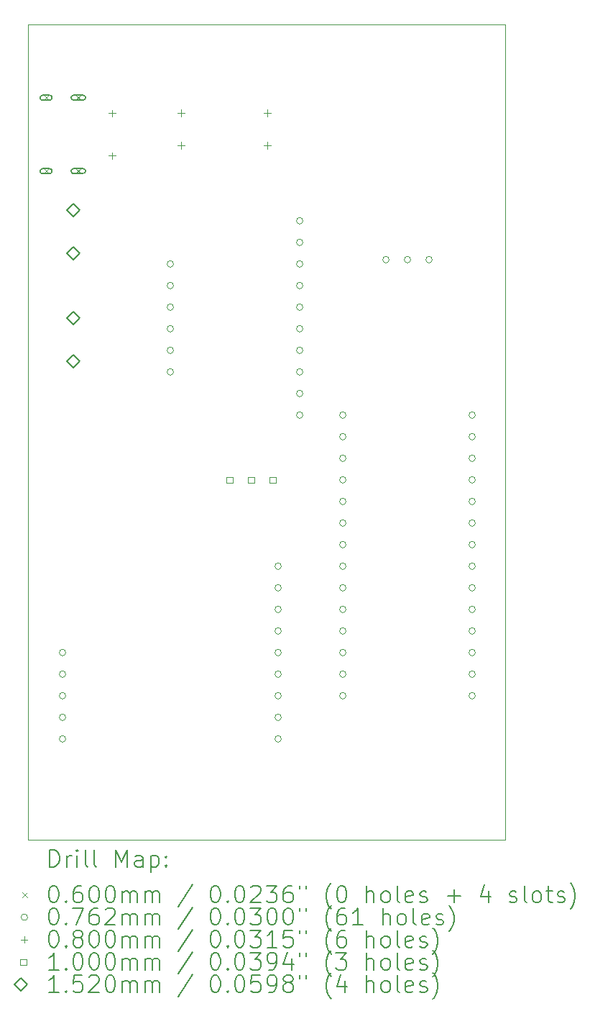
<source format=gbr>
%TF.GenerationSoftware,KiCad,Pcbnew,7.0.7*%
%TF.CreationDate,2023-10-02T11:40:04-05:00*%
%TF.ProjectId,iowa-rover,696f7761-2d72-46f7-9665-722e6b696361,rev?*%
%TF.SameCoordinates,Original*%
%TF.FileFunction,Drillmap*%
%TF.FilePolarity,Positive*%
%FSLAX45Y45*%
G04 Gerber Fmt 4.5, Leading zero omitted, Abs format (unit mm)*
G04 Created by KiCad (PCBNEW 7.0.7) date 2023-10-02 11:40:04*
%MOMM*%
%LPD*%
G01*
G04 APERTURE LIST*
%ADD10C,0.100000*%
%ADD11C,0.200000*%
%ADD12C,0.060000*%
%ADD13C,0.076200*%
%ADD14C,0.080000*%
%ADD15C,0.152000*%
G04 APERTURE END LIST*
D10*
X3911600Y-6075400D02*
X9537700Y-6075400D01*
X9537700Y-15667000D01*
X3911600Y-15667000D01*
X3911600Y-6075400D01*
D11*
D12*
X4094000Y-6904000D02*
X4154000Y-6964000D01*
X4154000Y-6904000D02*
X4094000Y-6964000D01*
D11*
X4084000Y-6964000D02*
X4164000Y-6964000D01*
X4164000Y-6964000D02*
G75*
G03*
X4164000Y-6904000I0J30000D01*
G01*
X4164000Y-6904000D02*
X4084000Y-6904000D01*
X4084000Y-6904000D02*
G75*
G03*
X4084000Y-6964000I0J-30000D01*
G01*
D12*
X4094000Y-7768000D02*
X4154000Y-7828000D01*
X4154000Y-7768000D02*
X4094000Y-7828000D01*
D11*
X4084000Y-7828000D02*
X4164000Y-7828000D01*
X4164000Y-7828000D02*
G75*
G03*
X4164000Y-7768000I0J30000D01*
G01*
X4164000Y-7768000D02*
X4084000Y-7768000D01*
X4084000Y-7768000D02*
G75*
G03*
X4084000Y-7828000I0J-30000D01*
G01*
D12*
X4474000Y-6904000D02*
X4534000Y-6964000D01*
X4534000Y-6904000D02*
X4474000Y-6964000D01*
D11*
X4449000Y-6964000D02*
X4559000Y-6964000D01*
X4559000Y-6964000D02*
G75*
G03*
X4559000Y-6904000I0J30000D01*
G01*
X4559000Y-6904000D02*
X4449000Y-6904000D01*
X4449000Y-6904000D02*
G75*
G03*
X4449000Y-6964000I0J-30000D01*
G01*
D12*
X4474000Y-7768000D02*
X4534000Y-7828000D01*
X4534000Y-7768000D02*
X4474000Y-7828000D01*
D11*
X4449000Y-7828000D02*
X4559000Y-7828000D01*
X4559000Y-7828000D02*
G75*
G03*
X4559000Y-7768000I0J30000D01*
G01*
X4559000Y-7768000D02*
X4449000Y-7768000D01*
X4449000Y-7768000D02*
G75*
G03*
X4449000Y-7828000I0J-30000D01*
G01*
D13*
X4356100Y-13462000D02*
G75*
G03*
X4356100Y-13462000I-38100J0D01*
G01*
X4356100Y-13716000D02*
G75*
G03*
X4356100Y-13716000I-38100J0D01*
G01*
X4356100Y-13970000D02*
G75*
G03*
X4356100Y-13970000I-38100J0D01*
G01*
X4356100Y-14224000D02*
G75*
G03*
X4356100Y-14224000I-38100J0D01*
G01*
X4356100Y-14478000D02*
G75*
G03*
X4356100Y-14478000I-38100J0D01*
G01*
X5626100Y-8890000D02*
G75*
G03*
X5626100Y-8890000I-38100J0D01*
G01*
X5626100Y-9144000D02*
G75*
G03*
X5626100Y-9144000I-38100J0D01*
G01*
X5626100Y-9398000D02*
G75*
G03*
X5626100Y-9398000I-38100J0D01*
G01*
X5626100Y-9652000D02*
G75*
G03*
X5626100Y-9652000I-38100J0D01*
G01*
X5626100Y-9906000D02*
G75*
G03*
X5626100Y-9906000I-38100J0D01*
G01*
X5626100Y-10160000D02*
G75*
G03*
X5626100Y-10160000I-38100J0D01*
G01*
X6896100Y-12446000D02*
G75*
G03*
X6896100Y-12446000I-38100J0D01*
G01*
X6896100Y-12700000D02*
G75*
G03*
X6896100Y-12700000I-38100J0D01*
G01*
X6896100Y-12954000D02*
G75*
G03*
X6896100Y-12954000I-38100J0D01*
G01*
X6896100Y-13208000D02*
G75*
G03*
X6896100Y-13208000I-38100J0D01*
G01*
X6896100Y-13462000D02*
G75*
G03*
X6896100Y-13462000I-38100J0D01*
G01*
X6896100Y-13716000D02*
G75*
G03*
X6896100Y-13716000I-38100J0D01*
G01*
X6896100Y-13970000D02*
G75*
G03*
X6896100Y-13970000I-38100J0D01*
G01*
X6896100Y-14224000D02*
G75*
G03*
X6896100Y-14224000I-38100J0D01*
G01*
X6896100Y-14478000D02*
G75*
G03*
X6896100Y-14478000I-38100J0D01*
G01*
X7150100Y-8382000D02*
G75*
G03*
X7150100Y-8382000I-38100J0D01*
G01*
X7150100Y-8636000D02*
G75*
G03*
X7150100Y-8636000I-38100J0D01*
G01*
X7150100Y-8890000D02*
G75*
G03*
X7150100Y-8890000I-38100J0D01*
G01*
X7150100Y-9144000D02*
G75*
G03*
X7150100Y-9144000I-38100J0D01*
G01*
X7150100Y-9398000D02*
G75*
G03*
X7150100Y-9398000I-38100J0D01*
G01*
X7150100Y-9652000D02*
G75*
G03*
X7150100Y-9652000I-38100J0D01*
G01*
X7150100Y-9906000D02*
G75*
G03*
X7150100Y-9906000I-38100J0D01*
G01*
X7150100Y-10160000D02*
G75*
G03*
X7150100Y-10160000I-38100J0D01*
G01*
X7150100Y-10414000D02*
G75*
G03*
X7150100Y-10414000I-38100J0D01*
G01*
X7150100Y-10668000D02*
G75*
G03*
X7150100Y-10668000I-38100J0D01*
G01*
X7658100Y-10668000D02*
G75*
G03*
X7658100Y-10668000I-38100J0D01*
G01*
X7658100Y-10922000D02*
G75*
G03*
X7658100Y-10922000I-38100J0D01*
G01*
X7658100Y-11176000D02*
G75*
G03*
X7658100Y-11176000I-38100J0D01*
G01*
X7658100Y-11430000D02*
G75*
G03*
X7658100Y-11430000I-38100J0D01*
G01*
X7658100Y-11684000D02*
G75*
G03*
X7658100Y-11684000I-38100J0D01*
G01*
X7658100Y-11938000D02*
G75*
G03*
X7658100Y-11938000I-38100J0D01*
G01*
X7658100Y-12192000D02*
G75*
G03*
X7658100Y-12192000I-38100J0D01*
G01*
X7658100Y-12446000D02*
G75*
G03*
X7658100Y-12446000I-38100J0D01*
G01*
X7658100Y-12700000D02*
G75*
G03*
X7658100Y-12700000I-38100J0D01*
G01*
X7658100Y-12954000D02*
G75*
G03*
X7658100Y-12954000I-38100J0D01*
G01*
X7658100Y-13208000D02*
G75*
G03*
X7658100Y-13208000I-38100J0D01*
G01*
X7658100Y-13462000D02*
G75*
G03*
X7658100Y-13462000I-38100J0D01*
G01*
X7658100Y-13716000D02*
G75*
G03*
X7658100Y-13716000I-38100J0D01*
G01*
X7658100Y-13970000D02*
G75*
G03*
X7658100Y-13970000I-38100J0D01*
G01*
X8166100Y-8840000D02*
G75*
G03*
X8166100Y-8840000I-38100J0D01*
G01*
X8420100Y-8840000D02*
G75*
G03*
X8420100Y-8840000I-38100J0D01*
G01*
X8674100Y-8840000D02*
G75*
G03*
X8674100Y-8840000I-38100J0D01*
G01*
X9182100Y-10668000D02*
G75*
G03*
X9182100Y-10668000I-38100J0D01*
G01*
X9182100Y-10922000D02*
G75*
G03*
X9182100Y-10922000I-38100J0D01*
G01*
X9182100Y-11176000D02*
G75*
G03*
X9182100Y-11176000I-38100J0D01*
G01*
X9182100Y-11430000D02*
G75*
G03*
X9182100Y-11430000I-38100J0D01*
G01*
X9182100Y-11684000D02*
G75*
G03*
X9182100Y-11684000I-38100J0D01*
G01*
X9182100Y-11938000D02*
G75*
G03*
X9182100Y-11938000I-38100J0D01*
G01*
X9182100Y-12192000D02*
G75*
G03*
X9182100Y-12192000I-38100J0D01*
G01*
X9182100Y-12446000D02*
G75*
G03*
X9182100Y-12446000I-38100J0D01*
G01*
X9182100Y-12700000D02*
G75*
G03*
X9182100Y-12700000I-38100J0D01*
G01*
X9182100Y-12954000D02*
G75*
G03*
X9182100Y-12954000I-38100J0D01*
G01*
X9182100Y-13208000D02*
G75*
G03*
X9182100Y-13208000I-38100J0D01*
G01*
X9182100Y-13462000D02*
G75*
G03*
X9182100Y-13462000I-38100J0D01*
G01*
X9182100Y-13716000D02*
G75*
G03*
X9182100Y-13716000I-38100J0D01*
G01*
X9182100Y-13970000D02*
G75*
G03*
X9182100Y-13970000I-38100J0D01*
G01*
D14*
X4902200Y-7076000D02*
X4902200Y-7156000D01*
X4862200Y-7116000D02*
X4942200Y-7116000D01*
X4902200Y-7576000D02*
X4902200Y-7656000D01*
X4862200Y-7616000D02*
X4942200Y-7616000D01*
X5715000Y-7072000D02*
X5715000Y-7152000D01*
X5675000Y-7112000D02*
X5755000Y-7112000D01*
X5715000Y-7453000D02*
X5715000Y-7533000D01*
X5675000Y-7493000D02*
X5755000Y-7493000D01*
X6731000Y-7072000D02*
X6731000Y-7152000D01*
X6691000Y-7112000D02*
X6771000Y-7112000D01*
X6731000Y-7453000D02*
X6731000Y-7533000D01*
X6691000Y-7493000D02*
X6771000Y-7493000D01*
D10*
X6321856Y-11465356D02*
X6321856Y-11394644D01*
X6251144Y-11394644D01*
X6251144Y-11465356D01*
X6321856Y-11465356D01*
X6575856Y-11465356D02*
X6575856Y-11394644D01*
X6505144Y-11394644D01*
X6505144Y-11465356D01*
X6575856Y-11465356D01*
X6829856Y-11465356D02*
X6829856Y-11394644D01*
X6759144Y-11394644D01*
X6759144Y-11465356D01*
X6829856Y-11465356D01*
D15*
X4445000Y-8331000D02*
X4521000Y-8255000D01*
X4445000Y-8179000D01*
X4369000Y-8255000D01*
X4445000Y-8331000D01*
X4445000Y-8839000D02*
X4521000Y-8763000D01*
X4445000Y-8687000D01*
X4369000Y-8763000D01*
X4445000Y-8839000D01*
X4445000Y-9601000D02*
X4521000Y-9525000D01*
X4445000Y-9449000D01*
X4369000Y-9525000D01*
X4445000Y-9601000D01*
X4445000Y-10109000D02*
X4521000Y-10033000D01*
X4445000Y-9957000D01*
X4369000Y-10033000D01*
X4445000Y-10109000D01*
D11*
X4167377Y-15983484D02*
X4167377Y-15783484D01*
X4167377Y-15783484D02*
X4214996Y-15783484D01*
X4214996Y-15783484D02*
X4243567Y-15793008D01*
X4243567Y-15793008D02*
X4262615Y-15812055D01*
X4262615Y-15812055D02*
X4272139Y-15831103D01*
X4272139Y-15831103D02*
X4281663Y-15869198D01*
X4281663Y-15869198D02*
X4281663Y-15897769D01*
X4281663Y-15897769D02*
X4272139Y-15935865D01*
X4272139Y-15935865D02*
X4262615Y-15954912D01*
X4262615Y-15954912D02*
X4243567Y-15973960D01*
X4243567Y-15973960D02*
X4214996Y-15983484D01*
X4214996Y-15983484D02*
X4167377Y-15983484D01*
X4367377Y-15983484D02*
X4367377Y-15850150D01*
X4367377Y-15888246D02*
X4376901Y-15869198D01*
X4376901Y-15869198D02*
X4386424Y-15859674D01*
X4386424Y-15859674D02*
X4405472Y-15850150D01*
X4405472Y-15850150D02*
X4424520Y-15850150D01*
X4491186Y-15983484D02*
X4491186Y-15850150D01*
X4491186Y-15783484D02*
X4481663Y-15793008D01*
X4481663Y-15793008D02*
X4491186Y-15802531D01*
X4491186Y-15802531D02*
X4500710Y-15793008D01*
X4500710Y-15793008D02*
X4491186Y-15783484D01*
X4491186Y-15783484D02*
X4491186Y-15802531D01*
X4614996Y-15983484D02*
X4595948Y-15973960D01*
X4595948Y-15973960D02*
X4586424Y-15954912D01*
X4586424Y-15954912D02*
X4586424Y-15783484D01*
X4719758Y-15983484D02*
X4700710Y-15973960D01*
X4700710Y-15973960D02*
X4691186Y-15954912D01*
X4691186Y-15954912D02*
X4691186Y-15783484D01*
X4948329Y-15983484D02*
X4948329Y-15783484D01*
X4948329Y-15783484D02*
X5014996Y-15926341D01*
X5014996Y-15926341D02*
X5081663Y-15783484D01*
X5081663Y-15783484D02*
X5081663Y-15983484D01*
X5262615Y-15983484D02*
X5262615Y-15878722D01*
X5262615Y-15878722D02*
X5253091Y-15859674D01*
X5253091Y-15859674D02*
X5234044Y-15850150D01*
X5234044Y-15850150D02*
X5195948Y-15850150D01*
X5195948Y-15850150D02*
X5176901Y-15859674D01*
X5262615Y-15973960D02*
X5243567Y-15983484D01*
X5243567Y-15983484D02*
X5195948Y-15983484D01*
X5195948Y-15983484D02*
X5176901Y-15973960D01*
X5176901Y-15973960D02*
X5167377Y-15954912D01*
X5167377Y-15954912D02*
X5167377Y-15935865D01*
X5167377Y-15935865D02*
X5176901Y-15916817D01*
X5176901Y-15916817D02*
X5195948Y-15907293D01*
X5195948Y-15907293D02*
X5243567Y-15907293D01*
X5243567Y-15907293D02*
X5262615Y-15897769D01*
X5357853Y-15850150D02*
X5357853Y-16050150D01*
X5357853Y-15859674D02*
X5376901Y-15850150D01*
X5376901Y-15850150D02*
X5414996Y-15850150D01*
X5414996Y-15850150D02*
X5434044Y-15859674D01*
X5434044Y-15859674D02*
X5443567Y-15869198D01*
X5443567Y-15869198D02*
X5453091Y-15888246D01*
X5453091Y-15888246D02*
X5453091Y-15945388D01*
X5453091Y-15945388D02*
X5443567Y-15964436D01*
X5443567Y-15964436D02*
X5434044Y-15973960D01*
X5434044Y-15973960D02*
X5414996Y-15983484D01*
X5414996Y-15983484D02*
X5376901Y-15983484D01*
X5376901Y-15983484D02*
X5357853Y-15973960D01*
X5538805Y-15964436D02*
X5548329Y-15973960D01*
X5548329Y-15973960D02*
X5538805Y-15983484D01*
X5538805Y-15983484D02*
X5529282Y-15973960D01*
X5529282Y-15973960D02*
X5538805Y-15964436D01*
X5538805Y-15964436D02*
X5538805Y-15983484D01*
X5538805Y-15859674D02*
X5548329Y-15869198D01*
X5548329Y-15869198D02*
X5538805Y-15878722D01*
X5538805Y-15878722D02*
X5529282Y-15869198D01*
X5529282Y-15869198D02*
X5538805Y-15859674D01*
X5538805Y-15859674D02*
X5538805Y-15878722D01*
D12*
X3846600Y-16282000D02*
X3906600Y-16342000D01*
X3906600Y-16282000D02*
X3846600Y-16342000D01*
D11*
X4205472Y-16203484D02*
X4224520Y-16203484D01*
X4224520Y-16203484D02*
X4243567Y-16213008D01*
X4243567Y-16213008D02*
X4253091Y-16222531D01*
X4253091Y-16222531D02*
X4262615Y-16241579D01*
X4262615Y-16241579D02*
X4272139Y-16279674D01*
X4272139Y-16279674D02*
X4272139Y-16327293D01*
X4272139Y-16327293D02*
X4262615Y-16365388D01*
X4262615Y-16365388D02*
X4253091Y-16384436D01*
X4253091Y-16384436D02*
X4243567Y-16393960D01*
X4243567Y-16393960D02*
X4224520Y-16403484D01*
X4224520Y-16403484D02*
X4205472Y-16403484D01*
X4205472Y-16403484D02*
X4186424Y-16393960D01*
X4186424Y-16393960D02*
X4176901Y-16384436D01*
X4176901Y-16384436D02*
X4167377Y-16365388D01*
X4167377Y-16365388D02*
X4157853Y-16327293D01*
X4157853Y-16327293D02*
X4157853Y-16279674D01*
X4157853Y-16279674D02*
X4167377Y-16241579D01*
X4167377Y-16241579D02*
X4176901Y-16222531D01*
X4176901Y-16222531D02*
X4186424Y-16213008D01*
X4186424Y-16213008D02*
X4205472Y-16203484D01*
X4357853Y-16384436D02*
X4367377Y-16393960D01*
X4367377Y-16393960D02*
X4357853Y-16403484D01*
X4357853Y-16403484D02*
X4348329Y-16393960D01*
X4348329Y-16393960D02*
X4357853Y-16384436D01*
X4357853Y-16384436D02*
X4357853Y-16403484D01*
X4538805Y-16203484D02*
X4500710Y-16203484D01*
X4500710Y-16203484D02*
X4481663Y-16213008D01*
X4481663Y-16213008D02*
X4472139Y-16222531D01*
X4472139Y-16222531D02*
X4453091Y-16251103D01*
X4453091Y-16251103D02*
X4443567Y-16289198D01*
X4443567Y-16289198D02*
X4443567Y-16365388D01*
X4443567Y-16365388D02*
X4453091Y-16384436D01*
X4453091Y-16384436D02*
X4462615Y-16393960D01*
X4462615Y-16393960D02*
X4481663Y-16403484D01*
X4481663Y-16403484D02*
X4519758Y-16403484D01*
X4519758Y-16403484D02*
X4538805Y-16393960D01*
X4538805Y-16393960D02*
X4548329Y-16384436D01*
X4548329Y-16384436D02*
X4557853Y-16365388D01*
X4557853Y-16365388D02*
X4557853Y-16317769D01*
X4557853Y-16317769D02*
X4548329Y-16298722D01*
X4548329Y-16298722D02*
X4538805Y-16289198D01*
X4538805Y-16289198D02*
X4519758Y-16279674D01*
X4519758Y-16279674D02*
X4481663Y-16279674D01*
X4481663Y-16279674D02*
X4462615Y-16289198D01*
X4462615Y-16289198D02*
X4453091Y-16298722D01*
X4453091Y-16298722D02*
X4443567Y-16317769D01*
X4681663Y-16203484D02*
X4700710Y-16203484D01*
X4700710Y-16203484D02*
X4719758Y-16213008D01*
X4719758Y-16213008D02*
X4729282Y-16222531D01*
X4729282Y-16222531D02*
X4738805Y-16241579D01*
X4738805Y-16241579D02*
X4748329Y-16279674D01*
X4748329Y-16279674D02*
X4748329Y-16327293D01*
X4748329Y-16327293D02*
X4738805Y-16365388D01*
X4738805Y-16365388D02*
X4729282Y-16384436D01*
X4729282Y-16384436D02*
X4719758Y-16393960D01*
X4719758Y-16393960D02*
X4700710Y-16403484D01*
X4700710Y-16403484D02*
X4681663Y-16403484D01*
X4681663Y-16403484D02*
X4662615Y-16393960D01*
X4662615Y-16393960D02*
X4653091Y-16384436D01*
X4653091Y-16384436D02*
X4643567Y-16365388D01*
X4643567Y-16365388D02*
X4634044Y-16327293D01*
X4634044Y-16327293D02*
X4634044Y-16279674D01*
X4634044Y-16279674D02*
X4643567Y-16241579D01*
X4643567Y-16241579D02*
X4653091Y-16222531D01*
X4653091Y-16222531D02*
X4662615Y-16213008D01*
X4662615Y-16213008D02*
X4681663Y-16203484D01*
X4872139Y-16203484D02*
X4891186Y-16203484D01*
X4891186Y-16203484D02*
X4910234Y-16213008D01*
X4910234Y-16213008D02*
X4919758Y-16222531D01*
X4919758Y-16222531D02*
X4929282Y-16241579D01*
X4929282Y-16241579D02*
X4938805Y-16279674D01*
X4938805Y-16279674D02*
X4938805Y-16327293D01*
X4938805Y-16327293D02*
X4929282Y-16365388D01*
X4929282Y-16365388D02*
X4919758Y-16384436D01*
X4919758Y-16384436D02*
X4910234Y-16393960D01*
X4910234Y-16393960D02*
X4891186Y-16403484D01*
X4891186Y-16403484D02*
X4872139Y-16403484D01*
X4872139Y-16403484D02*
X4853091Y-16393960D01*
X4853091Y-16393960D02*
X4843567Y-16384436D01*
X4843567Y-16384436D02*
X4834044Y-16365388D01*
X4834044Y-16365388D02*
X4824520Y-16327293D01*
X4824520Y-16327293D02*
X4824520Y-16279674D01*
X4824520Y-16279674D02*
X4834044Y-16241579D01*
X4834044Y-16241579D02*
X4843567Y-16222531D01*
X4843567Y-16222531D02*
X4853091Y-16213008D01*
X4853091Y-16213008D02*
X4872139Y-16203484D01*
X5024520Y-16403484D02*
X5024520Y-16270150D01*
X5024520Y-16289198D02*
X5034044Y-16279674D01*
X5034044Y-16279674D02*
X5053091Y-16270150D01*
X5053091Y-16270150D02*
X5081663Y-16270150D01*
X5081663Y-16270150D02*
X5100710Y-16279674D01*
X5100710Y-16279674D02*
X5110234Y-16298722D01*
X5110234Y-16298722D02*
X5110234Y-16403484D01*
X5110234Y-16298722D02*
X5119758Y-16279674D01*
X5119758Y-16279674D02*
X5138805Y-16270150D01*
X5138805Y-16270150D02*
X5167377Y-16270150D01*
X5167377Y-16270150D02*
X5186425Y-16279674D01*
X5186425Y-16279674D02*
X5195948Y-16298722D01*
X5195948Y-16298722D02*
X5195948Y-16403484D01*
X5291186Y-16403484D02*
X5291186Y-16270150D01*
X5291186Y-16289198D02*
X5300710Y-16279674D01*
X5300710Y-16279674D02*
X5319758Y-16270150D01*
X5319758Y-16270150D02*
X5348329Y-16270150D01*
X5348329Y-16270150D02*
X5367377Y-16279674D01*
X5367377Y-16279674D02*
X5376901Y-16298722D01*
X5376901Y-16298722D02*
X5376901Y-16403484D01*
X5376901Y-16298722D02*
X5386425Y-16279674D01*
X5386425Y-16279674D02*
X5405472Y-16270150D01*
X5405472Y-16270150D02*
X5434044Y-16270150D01*
X5434044Y-16270150D02*
X5453091Y-16279674D01*
X5453091Y-16279674D02*
X5462615Y-16298722D01*
X5462615Y-16298722D02*
X5462615Y-16403484D01*
X5853091Y-16193960D02*
X5681663Y-16451103D01*
X6110234Y-16203484D02*
X6129282Y-16203484D01*
X6129282Y-16203484D02*
X6148329Y-16213008D01*
X6148329Y-16213008D02*
X6157853Y-16222531D01*
X6157853Y-16222531D02*
X6167377Y-16241579D01*
X6167377Y-16241579D02*
X6176901Y-16279674D01*
X6176901Y-16279674D02*
X6176901Y-16327293D01*
X6176901Y-16327293D02*
X6167377Y-16365388D01*
X6167377Y-16365388D02*
X6157853Y-16384436D01*
X6157853Y-16384436D02*
X6148329Y-16393960D01*
X6148329Y-16393960D02*
X6129282Y-16403484D01*
X6129282Y-16403484D02*
X6110234Y-16403484D01*
X6110234Y-16403484D02*
X6091186Y-16393960D01*
X6091186Y-16393960D02*
X6081663Y-16384436D01*
X6081663Y-16384436D02*
X6072139Y-16365388D01*
X6072139Y-16365388D02*
X6062615Y-16327293D01*
X6062615Y-16327293D02*
X6062615Y-16279674D01*
X6062615Y-16279674D02*
X6072139Y-16241579D01*
X6072139Y-16241579D02*
X6081663Y-16222531D01*
X6081663Y-16222531D02*
X6091186Y-16213008D01*
X6091186Y-16213008D02*
X6110234Y-16203484D01*
X6262615Y-16384436D02*
X6272139Y-16393960D01*
X6272139Y-16393960D02*
X6262615Y-16403484D01*
X6262615Y-16403484D02*
X6253091Y-16393960D01*
X6253091Y-16393960D02*
X6262615Y-16384436D01*
X6262615Y-16384436D02*
X6262615Y-16403484D01*
X6395948Y-16203484D02*
X6414996Y-16203484D01*
X6414996Y-16203484D02*
X6434044Y-16213008D01*
X6434044Y-16213008D02*
X6443567Y-16222531D01*
X6443567Y-16222531D02*
X6453091Y-16241579D01*
X6453091Y-16241579D02*
X6462615Y-16279674D01*
X6462615Y-16279674D02*
X6462615Y-16327293D01*
X6462615Y-16327293D02*
X6453091Y-16365388D01*
X6453091Y-16365388D02*
X6443567Y-16384436D01*
X6443567Y-16384436D02*
X6434044Y-16393960D01*
X6434044Y-16393960D02*
X6414996Y-16403484D01*
X6414996Y-16403484D02*
X6395948Y-16403484D01*
X6395948Y-16403484D02*
X6376901Y-16393960D01*
X6376901Y-16393960D02*
X6367377Y-16384436D01*
X6367377Y-16384436D02*
X6357853Y-16365388D01*
X6357853Y-16365388D02*
X6348329Y-16327293D01*
X6348329Y-16327293D02*
X6348329Y-16279674D01*
X6348329Y-16279674D02*
X6357853Y-16241579D01*
X6357853Y-16241579D02*
X6367377Y-16222531D01*
X6367377Y-16222531D02*
X6376901Y-16213008D01*
X6376901Y-16213008D02*
X6395948Y-16203484D01*
X6538806Y-16222531D02*
X6548329Y-16213008D01*
X6548329Y-16213008D02*
X6567377Y-16203484D01*
X6567377Y-16203484D02*
X6614996Y-16203484D01*
X6614996Y-16203484D02*
X6634044Y-16213008D01*
X6634044Y-16213008D02*
X6643567Y-16222531D01*
X6643567Y-16222531D02*
X6653091Y-16241579D01*
X6653091Y-16241579D02*
X6653091Y-16260627D01*
X6653091Y-16260627D02*
X6643567Y-16289198D01*
X6643567Y-16289198D02*
X6529282Y-16403484D01*
X6529282Y-16403484D02*
X6653091Y-16403484D01*
X6719758Y-16203484D02*
X6843567Y-16203484D01*
X6843567Y-16203484D02*
X6776901Y-16279674D01*
X6776901Y-16279674D02*
X6805472Y-16279674D01*
X6805472Y-16279674D02*
X6824520Y-16289198D01*
X6824520Y-16289198D02*
X6834044Y-16298722D01*
X6834044Y-16298722D02*
X6843567Y-16317769D01*
X6843567Y-16317769D02*
X6843567Y-16365388D01*
X6843567Y-16365388D02*
X6834044Y-16384436D01*
X6834044Y-16384436D02*
X6824520Y-16393960D01*
X6824520Y-16393960D02*
X6805472Y-16403484D01*
X6805472Y-16403484D02*
X6748329Y-16403484D01*
X6748329Y-16403484D02*
X6729282Y-16393960D01*
X6729282Y-16393960D02*
X6719758Y-16384436D01*
X7014996Y-16203484D02*
X6976901Y-16203484D01*
X6976901Y-16203484D02*
X6957853Y-16213008D01*
X6957853Y-16213008D02*
X6948329Y-16222531D01*
X6948329Y-16222531D02*
X6929282Y-16251103D01*
X6929282Y-16251103D02*
X6919758Y-16289198D01*
X6919758Y-16289198D02*
X6919758Y-16365388D01*
X6919758Y-16365388D02*
X6929282Y-16384436D01*
X6929282Y-16384436D02*
X6938806Y-16393960D01*
X6938806Y-16393960D02*
X6957853Y-16403484D01*
X6957853Y-16403484D02*
X6995948Y-16403484D01*
X6995948Y-16403484D02*
X7014996Y-16393960D01*
X7014996Y-16393960D02*
X7024520Y-16384436D01*
X7024520Y-16384436D02*
X7034044Y-16365388D01*
X7034044Y-16365388D02*
X7034044Y-16317769D01*
X7034044Y-16317769D02*
X7024520Y-16298722D01*
X7024520Y-16298722D02*
X7014996Y-16289198D01*
X7014996Y-16289198D02*
X6995948Y-16279674D01*
X6995948Y-16279674D02*
X6957853Y-16279674D01*
X6957853Y-16279674D02*
X6938806Y-16289198D01*
X6938806Y-16289198D02*
X6929282Y-16298722D01*
X6929282Y-16298722D02*
X6919758Y-16317769D01*
X7110234Y-16203484D02*
X7110234Y-16241579D01*
X7186425Y-16203484D02*
X7186425Y-16241579D01*
X7481663Y-16479674D02*
X7472139Y-16470150D01*
X7472139Y-16470150D02*
X7453091Y-16441579D01*
X7453091Y-16441579D02*
X7443568Y-16422531D01*
X7443568Y-16422531D02*
X7434044Y-16393960D01*
X7434044Y-16393960D02*
X7424520Y-16346341D01*
X7424520Y-16346341D02*
X7424520Y-16308246D01*
X7424520Y-16308246D02*
X7434044Y-16260627D01*
X7434044Y-16260627D02*
X7443568Y-16232055D01*
X7443568Y-16232055D02*
X7453091Y-16213008D01*
X7453091Y-16213008D02*
X7472139Y-16184436D01*
X7472139Y-16184436D02*
X7481663Y-16174912D01*
X7595948Y-16203484D02*
X7614996Y-16203484D01*
X7614996Y-16203484D02*
X7634044Y-16213008D01*
X7634044Y-16213008D02*
X7643568Y-16222531D01*
X7643568Y-16222531D02*
X7653091Y-16241579D01*
X7653091Y-16241579D02*
X7662615Y-16279674D01*
X7662615Y-16279674D02*
X7662615Y-16327293D01*
X7662615Y-16327293D02*
X7653091Y-16365388D01*
X7653091Y-16365388D02*
X7643568Y-16384436D01*
X7643568Y-16384436D02*
X7634044Y-16393960D01*
X7634044Y-16393960D02*
X7614996Y-16403484D01*
X7614996Y-16403484D02*
X7595948Y-16403484D01*
X7595948Y-16403484D02*
X7576901Y-16393960D01*
X7576901Y-16393960D02*
X7567377Y-16384436D01*
X7567377Y-16384436D02*
X7557853Y-16365388D01*
X7557853Y-16365388D02*
X7548329Y-16327293D01*
X7548329Y-16327293D02*
X7548329Y-16279674D01*
X7548329Y-16279674D02*
X7557853Y-16241579D01*
X7557853Y-16241579D02*
X7567377Y-16222531D01*
X7567377Y-16222531D02*
X7576901Y-16213008D01*
X7576901Y-16213008D02*
X7595948Y-16203484D01*
X7900710Y-16403484D02*
X7900710Y-16203484D01*
X7986425Y-16403484D02*
X7986425Y-16298722D01*
X7986425Y-16298722D02*
X7976901Y-16279674D01*
X7976901Y-16279674D02*
X7957853Y-16270150D01*
X7957853Y-16270150D02*
X7929282Y-16270150D01*
X7929282Y-16270150D02*
X7910234Y-16279674D01*
X7910234Y-16279674D02*
X7900710Y-16289198D01*
X8110234Y-16403484D02*
X8091187Y-16393960D01*
X8091187Y-16393960D02*
X8081663Y-16384436D01*
X8081663Y-16384436D02*
X8072139Y-16365388D01*
X8072139Y-16365388D02*
X8072139Y-16308246D01*
X8072139Y-16308246D02*
X8081663Y-16289198D01*
X8081663Y-16289198D02*
X8091187Y-16279674D01*
X8091187Y-16279674D02*
X8110234Y-16270150D01*
X8110234Y-16270150D02*
X8138806Y-16270150D01*
X8138806Y-16270150D02*
X8157853Y-16279674D01*
X8157853Y-16279674D02*
X8167377Y-16289198D01*
X8167377Y-16289198D02*
X8176901Y-16308246D01*
X8176901Y-16308246D02*
X8176901Y-16365388D01*
X8176901Y-16365388D02*
X8167377Y-16384436D01*
X8167377Y-16384436D02*
X8157853Y-16393960D01*
X8157853Y-16393960D02*
X8138806Y-16403484D01*
X8138806Y-16403484D02*
X8110234Y-16403484D01*
X8291187Y-16403484D02*
X8272139Y-16393960D01*
X8272139Y-16393960D02*
X8262615Y-16374912D01*
X8262615Y-16374912D02*
X8262615Y-16203484D01*
X8443568Y-16393960D02*
X8424520Y-16403484D01*
X8424520Y-16403484D02*
X8386425Y-16403484D01*
X8386425Y-16403484D02*
X8367377Y-16393960D01*
X8367377Y-16393960D02*
X8357853Y-16374912D01*
X8357853Y-16374912D02*
X8357853Y-16298722D01*
X8357853Y-16298722D02*
X8367377Y-16279674D01*
X8367377Y-16279674D02*
X8386425Y-16270150D01*
X8386425Y-16270150D02*
X8424520Y-16270150D01*
X8424520Y-16270150D02*
X8443568Y-16279674D01*
X8443568Y-16279674D02*
X8453092Y-16298722D01*
X8453092Y-16298722D02*
X8453092Y-16317769D01*
X8453092Y-16317769D02*
X8357853Y-16336817D01*
X8529282Y-16393960D02*
X8548330Y-16403484D01*
X8548330Y-16403484D02*
X8586425Y-16403484D01*
X8586425Y-16403484D02*
X8605473Y-16393960D01*
X8605473Y-16393960D02*
X8614996Y-16374912D01*
X8614996Y-16374912D02*
X8614996Y-16365388D01*
X8614996Y-16365388D02*
X8605473Y-16346341D01*
X8605473Y-16346341D02*
X8586425Y-16336817D01*
X8586425Y-16336817D02*
X8557853Y-16336817D01*
X8557853Y-16336817D02*
X8538806Y-16327293D01*
X8538806Y-16327293D02*
X8529282Y-16308246D01*
X8529282Y-16308246D02*
X8529282Y-16298722D01*
X8529282Y-16298722D02*
X8538806Y-16279674D01*
X8538806Y-16279674D02*
X8557853Y-16270150D01*
X8557853Y-16270150D02*
X8586425Y-16270150D01*
X8586425Y-16270150D02*
X8605473Y-16279674D01*
X8853092Y-16327293D02*
X9005473Y-16327293D01*
X8929282Y-16403484D02*
X8929282Y-16251103D01*
X9338806Y-16270150D02*
X9338806Y-16403484D01*
X9291187Y-16193960D02*
X9243568Y-16336817D01*
X9243568Y-16336817D02*
X9367377Y-16336817D01*
X9586425Y-16393960D02*
X9605473Y-16403484D01*
X9605473Y-16403484D02*
X9643568Y-16403484D01*
X9643568Y-16403484D02*
X9662616Y-16393960D01*
X9662616Y-16393960D02*
X9672139Y-16374912D01*
X9672139Y-16374912D02*
X9672139Y-16365388D01*
X9672139Y-16365388D02*
X9662616Y-16346341D01*
X9662616Y-16346341D02*
X9643568Y-16336817D01*
X9643568Y-16336817D02*
X9614996Y-16336817D01*
X9614996Y-16336817D02*
X9595949Y-16327293D01*
X9595949Y-16327293D02*
X9586425Y-16308246D01*
X9586425Y-16308246D02*
X9586425Y-16298722D01*
X9586425Y-16298722D02*
X9595949Y-16279674D01*
X9595949Y-16279674D02*
X9614996Y-16270150D01*
X9614996Y-16270150D02*
X9643568Y-16270150D01*
X9643568Y-16270150D02*
X9662616Y-16279674D01*
X9786425Y-16403484D02*
X9767377Y-16393960D01*
X9767377Y-16393960D02*
X9757854Y-16374912D01*
X9757854Y-16374912D02*
X9757854Y-16203484D01*
X9891187Y-16403484D02*
X9872139Y-16393960D01*
X9872139Y-16393960D02*
X9862616Y-16384436D01*
X9862616Y-16384436D02*
X9853092Y-16365388D01*
X9853092Y-16365388D02*
X9853092Y-16308246D01*
X9853092Y-16308246D02*
X9862616Y-16289198D01*
X9862616Y-16289198D02*
X9872139Y-16279674D01*
X9872139Y-16279674D02*
X9891187Y-16270150D01*
X9891187Y-16270150D02*
X9919758Y-16270150D01*
X9919758Y-16270150D02*
X9938806Y-16279674D01*
X9938806Y-16279674D02*
X9948330Y-16289198D01*
X9948330Y-16289198D02*
X9957854Y-16308246D01*
X9957854Y-16308246D02*
X9957854Y-16365388D01*
X9957854Y-16365388D02*
X9948330Y-16384436D01*
X9948330Y-16384436D02*
X9938806Y-16393960D01*
X9938806Y-16393960D02*
X9919758Y-16403484D01*
X9919758Y-16403484D02*
X9891187Y-16403484D01*
X10014997Y-16270150D02*
X10091187Y-16270150D01*
X10043568Y-16203484D02*
X10043568Y-16374912D01*
X10043568Y-16374912D02*
X10053092Y-16393960D01*
X10053092Y-16393960D02*
X10072139Y-16403484D01*
X10072139Y-16403484D02*
X10091187Y-16403484D01*
X10148330Y-16393960D02*
X10167377Y-16403484D01*
X10167377Y-16403484D02*
X10205473Y-16403484D01*
X10205473Y-16403484D02*
X10224520Y-16393960D01*
X10224520Y-16393960D02*
X10234044Y-16374912D01*
X10234044Y-16374912D02*
X10234044Y-16365388D01*
X10234044Y-16365388D02*
X10224520Y-16346341D01*
X10224520Y-16346341D02*
X10205473Y-16336817D01*
X10205473Y-16336817D02*
X10176901Y-16336817D01*
X10176901Y-16336817D02*
X10157854Y-16327293D01*
X10157854Y-16327293D02*
X10148330Y-16308246D01*
X10148330Y-16308246D02*
X10148330Y-16298722D01*
X10148330Y-16298722D02*
X10157854Y-16279674D01*
X10157854Y-16279674D02*
X10176901Y-16270150D01*
X10176901Y-16270150D02*
X10205473Y-16270150D01*
X10205473Y-16270150D02*
X10224520Y-16279674D01*
X10300711Y-16479674D02*
X10310235Y-16470150D01*
X10310235Y-16470150D02*
X10329282Y-16441579D01*
X10329282Y-16441579D02*
X10338806Y-16422531D01*
X10338806Y-16422531D02*
X10348330Y-16393960D01*
X10348330Y-16393960D02*
X10357854Y-16346341D01*
X10357854Y-16346341D02*
X10357854Y-16308246D01*
X10357854Y-16308246D02*
X10348330Y-16260627D01*
X10348330Y-16260627D02*
X10338806Y-16232055D01*
X10338806Y-16232055D02*
X10329282Y-16213008D01*
X10329282Y-16213008D02*
X10310235Y-16184436D01*
X10310235Y-16184436D02*
X10300711Y-16174912D01*
D13*
X3906600Y-16576000D02*
G75*
G03*
X3906600Y-16576000I-38100J0D01*
G01*
D11*
X4205472Y-16467484D02*
X4224520Y-16467484D01*
X4224520Y-16467484D02*
X4243567Y-16477008D01*
X4243567Y-16477008D02*
X4253091Y-16486531D01*
X4253091Y-16486531D02*
X4262615Y-16505579D01*
X4262615Y-16505579D02*
X4272139Y-16543674D01*
X4272139Y-16543674D02*
X4272139Y-16591293D01*
X4272139Y-16591293D02*
X4262615Y-16629388D01*
X4262615Y-16629388D02*
X4253091Y-16648436D01*
X4253091Y-16648436D02*
X4243567Y-16657960D01*
X4243567Y-16657960D02*
X4224520Y-16667484D01*
X4224520Y-16667484D02*
X4205472Y-16667484D01*
X4205472Y-16667484D02*
X4186424Y-16657960D01*
X4186424Y-16657960D02*
X4176901Y-16648436D01*
X4176901Y-16648436D02*
X4167377Y-16629388D01*
X4167377Y-16629388D02*
X4157853Y-16591293D01*
X4157853Y-16591293D02*
X4157853Y-16543674D01*
X4157853Y-16543674D02*
X4167377Y-16505579D01*
X4167377Y-16505579D02*
X4176901Y-16486531D01*
X4176901Y-16486531D02*
X4186424Y-16477008D01*
X4186424Y-16477008D02*
X4205472Y-16467484D01*
X4357853Y-16648436D02*
X4367377Y-16657960D01*
X4367377Y-16657960D02*
X4357853Y-16667484D01*
X4357853Y-16667484D02*
X4348329Y-16657960D01*
X4348329Y-16657960D02*
X4357853Y-16648436D01*
X4357853Y-16648436D02*
X4357853Y-16667484D01*
X4434044Y-16467484D02*
X4567377Y-16467484D01*
X4567377Y-16467484D02*
X4481663Y-16667484D01*
X4729282Y-16467484D02*
X4691186Y-16467484D01*
X4691186Y-16467484D02*
X4672139Y-16477008D01*
X4672139Y-16477008D02*
X4662615Y-16486531D01*
X4662615Y-16486531D02*
X4643567Y-16515103D01*
X4643567Y-16515103D02*
X4634044Y-16553198D01*
X4634044Y-16553198D02*
X4634044Y-16629388D01*
X4634044Y-16629388D02*
X4643567Y-16648436D01*
X4643567Y-16648436D02*
X4653091Y-16657960D01*
X4653091Y-16657960D02*
X4672139Y-16667484D01*
X4672139Y-16667484D02*
X4710234Y-16667484D01*
X4710234Y-16667484D02*
X4729282Y-16657960D01*
X4729282Y-16657960D02*
X4738805Y-16648436D01*
X4738805Y-16648436D02*
X4748329Y-16629388D01*
X4748329Y-16629388D02*
X4748329Y-16581769D01*
X4748329Y-16581769D02*
X4738805Y-16562722D01*
X4738805Y-16562722D02*
X4729282Y-16553198D01*
X4729282Y-16553198D02*
X4710234Y-16543674D01*
X4710234Y-16543674D02*
X4672139Y-16543674D01*
X4672139Y-16543674D02*
X4653091Y-16553198D01*
X4653091Y-16553198D02*
X4643567Y-16562722D01*
X4643567Y-16562722D02*
X4634044Y-16581769D01*
X4824520Y-16486531D02*
X4834044Y-16477008D01*
X4834044Y-16477008D02*
X4853091Y-16467484D01*
X4853091Y-16467484D02*
X4900710Y-16467484D01*
X4900710Y-16467484D02*
X4919758Y-16477008D01*
X4919758Y-16477008D02*
X4929282Y-16486531D01*
X4929282Y-16486531D02*
X4938805Y-16505579D01*
X4938805Y-16505579D02*
X4938805Y-16524627D01*
X4938805Y-16524627D02*
X4929282Y-16553198D01*
X4929282Y-16553198D02*
X4814996Y-16667484D01*
X4814996Y-16667484D02*
X4938805Y-16667484D01*
X5024520Y-16667484D02*
X5024520Y-16534150D01*
X5024520Y-16553198D02*
X5034044Y-16543674D01*
X5034044Y-16543674D02*
X5053091Y-16534150D01*
X5053091Y-16534150D02*
X5081663Y-16534150D01*
X5081663Y-16534150D02*
X5100710Y-16543674D01*
X5100710Y-16543674D02*
X5110234Y-16562722D01*
X5110234Y-16562722D02*
X5110234Y-16667484D01*
X5110234Y-16562722D02*
X5119758Y-16543674D01*
X5119758Y-16543674D02*
X5138805Y-16534150D01*
X5138805Y-16534150D02*
X5167377Y-16534150D01*
X5167377Y-16534150D02*
X5186425Y-16543674D01*
X5186425Y-16543674D02*
X5195948Y-16562722D01*
X5195948Y-16562722D02*
X5195948Y-16667484D01*
X5291186Y-16667484D02*
X5291186Y-16534150D01*
X5291186Y-16553198D02*
X5300710Y-16543674D01*
X5300710Y-16543674D02*
X5319758Y-16534150D01*
X5319758Y-16534150D02*
X5348329Y-16534150D01*
X5348329Y-16534150D02*
X5367377Y-16543674D01*
X5367377Y-16543674D02*
X5376901Y-16562722D01*
X5376901Y-16562722D02*
X5376901Y-16667484D01*
X5376901Y-16562722D02*
X5386425Y-16543674D01*
X5386425Y-16543674D02*
X5405472Y-16534150D01*
X5405472Y-16534150D02*
X5434044Y-16534150D01*
X5434044Y-16534150D02*
X5453091Y-16543674D01*
X5453091Y-16543674D02*
X5462615Y-16562722D01*
X5462615Y-16562722D02*
X5462615Y-16667484D01*
X5853091Y-16457960D02*
X5681663Y-16715103D01*
X6110234Y-16467484D02*
X6129282Y-16467484D01*
X6129282Y-16467484D02*
X6148329Y-16477008D01*
X6148329Y-16477008D02*
X6157853Y-16486531D01*
X6157853Y-16486531D02*
X6167377Y-16505579D01*
X6167377Y-16505579D02*
X6176901Y-16543674D01*
X6176901Y-16543674D02*
X6176901Y-16591293D01*
X6176901Y-16591293D02*
X6167377Y-16629388D01*
X6167377Y-16629388D02*
X6157853Y-16648436D01*
X6157853Y-16648436D02*
X6148329Y-16657960D01*
X6148329Y-16657960D02*
X6129282Y-16667484D01*
X6129282Y-16667484D02*
X6110234Y-16667484D01*
X6110234Y-16667484D02*
X6091186Y-16657960D01*
X6091186Y-16657960D02*
X6081663Y-16648436D01*
X6081663Y-16648436D02*
X6072139Y-16629388D01*
X6072139Y-16629388D02*
X6062615Y-16591293D01*
X6062615Y-16591293D02*
X6062615Y-16543674D01*
X6062615Y-16543674D02*
X6072139Y-16505579D01*
X6072139Y-16505579D02*
X6081663Y-16486531D01*
X6081663Y-16486531D02*
X6091186Y-16477008D01*
X6091186Y-16477008D02*
X6110234Y-16467484D01*
X6262615Y-16648436D02*
X6272139Y-16657960D01*
X6272139Y-16657960D02*
X6262615Y-16667484D01*
X6262615Y-16667484D02*
X6253091Y-16657960D01*
X6253091Y-16657960D02*
X6262615Y-16648436D01*
X6262615Y-16648436D02*
X6262615Y-16667484D01*
X6395948Y-16467484D02*
X6414996Y-16467484D01*
X6414996Y-16467484D02*
X6434044Y-16477008D01*
X6434044Y-16477008D02*
X6443567Y-16486531D01*
X6443567Y-16486531D02*
X6453091Y-16505579D01*
X6453091Y-16505579D02*
X6462615Y-16543674D01*
X6462615Y-16543674D02*
X6462615Y-16591293D01*
X6462615Y-16591293D02*
X6453091Y-16629388D01*
X6453091Y-16629388D02*
X6443567Y-16648436D01*
X6443567Y-16648436D02*
X6434044Y-16657960D01*
X6434044Y-16657960D02*
X6414996Y-16667484D01*
X6414996Y-16667484D02*
X6395948Y-16667484D01*
X6395948Y-16667484D02*
X6376901Y-16657960D01*
X6376901Y-16657960D02*
X6367377Y-16648436D01*
X6367377Y-16648436D02*
X6357853Y-16629388D01*
X6357853Y-16629388D02*
X6348329Y-16591293D01*
X6348329Y-16591293D02*
X6348329Y-16543674D01*
X6348329Y-16543674D02*
X6357853Y-16505579D01*
X6357853Y-16505579D02*
X6367377Y-16486531D01*
X6367377Y-16486531D02*
X6376901Y-16477008D01*
X6376901Y-16477008D02*
X6395948Y-16467484D01*
X6529282Y-16467484D02*
X6653091Y-16467484D01*
X6653091Y-16467484D02*
X6586425Y-16543674D01*
X6586425Y-16543674D02*
X6614996Y-16543674D01*
X6614996Y-16543674D02*
X6634044Y-16553198D01*
X6634044Y-16553198D02*
X6643567Y-16562722D01*
X6643567Y-16562722D02*
X6653091Y-16581769D01*
X6653091Y-16581769D02*
X6653091Y-16629388D01*
X6653091Y-16629388D02*
X6643567Y-16648436D01*
X6643567Y-16648436D02*
X6634044Y-16657960D01*
X6634044Y-16657960D02*
X6614996Y-16667484D01*
X6614996Y-16667484D02*
X6557853Y-16667484D01*
X6557853Y-16667484D02*
X6538806Y-16657960D01*
X6538806Y-16657960D02*
X6529282Y-16648436D01*
X6776901Y-16467484D02*
X6795948Y-16467484D01*
X6795948Y-16467484D02*
X6814996Y-16477008D01*
X6814996Y-16477008D02*
X6824520Y-16486531D01*
X6824520Y-16486531D02*
X6834044Y-16505579D01*
X6834044Y-16505579D02*
X6843567Y-16543674D01*
X6843567Y-16543674D02*
X6843567Y-16591293D01*
X6843567Y-16591293D02*
X6834044Y-16629388D01*
X6834044Y-16629388D02*
X6824520Y-16648436D01*
X6824520Y-16648436D02*
X6814996Y-16657960D01*
X6814996Y-16657960D02*
X6795948Y-16667484D01*
X6795948Y-16667484D02*
X6776901Y-16667484D01*
X6776901Y-16667484D02*
X6757853Y-16657960D01*
X6757853Y-16657960D02*
X6748329Y-16648436D01*
X6748329Y-16648436D02*
X6738806Y-16629388D01*
X6738806Y-16629388D02*
X6729282Y-16591293D01*
X6729282Y-16591293D02*
X6729282Y-16543674D01*
X6729282Y-16543674D02*
X6738806Y-16505579D01*
X6738806Y-16505579D02*
X6748329Y-16486531D01*
X6748329Y-16486531D02*
X6757853Y-16477008D01*
X6757853Y-16477008D02*
X6776901Y-16467484D01*
X6967377Y-16467484D02*
X6986425Y-16467484D01*
X6986425Y-16467484D02*
X7005472Y-16477008D01*
X7005472Y-16477008D02*
X7014996Y-16486531D01*
X7014996Y-16486531D02*
X7024520Y-16505579D01*
X7024520Y-16505579D02*
X7034044Y-16543674D01*
X7034044Y-16543674D02*
X7034044Y-16591293D01*
X7034044Y-16591293D02*
X7024520Y-16629388D01*
X7024520Y-16629388D02*
X7014996Y-16648436D01*
X7014996Y-16648436D02*
X7005472Y-16657960D01*
X7005472Y-16657960D02*
X6986425Y-16667484D01*
X6986425Y-16667484D02*
X6967377Y-16667484D01*
X6967377Y-16667484D02*
X6948329Y-16657960D01*
X6948329Y-16657960D02*
X6938806Y-16648436D01*
X6938806Y-16648436D02*
X6929282Y-16629388D01*
X6929282Y-16629388D02*
X6919758Y-16591293D01*
X6919758Y-16591293D02*
X6919758Y-16543674D01*
X6919758Y-16543674D02*
X6929282Y-16505579D01*
X6929282Y-16505579D02*
X6938806Y-16486531D01*
X6938806Y-16486531D02*
X6948329Y-16477008D01*
X6948329Y-16477008D02*
X6967377Y-16467484D01*
X7110234Y-16467484D02*
X7110234Y-16505579D01*
X7186425Y-16467484D02*
X7186425Y-16505579D01*
X7481663Y-16743674D02*
X7472139Y-16734150D01*
X7472139Y-16734150D02*
X7453091Y-16705579D01*
X7453091Y-16705579D02*
X7443568Y-16686531D01*
X7443568Y-16686531D02*
X7434044Y-16657960D01*
X7434044Y-16657960D02*
X7424520Y-16610341D01*
X7424520Y-16610341D02*
X7424520Y-16572246D01*
X7424520Y-16572246D02*
X7434044Y-16524627D01*
X7434044Y-16524627D02*
X7443568Y-16496055D01*
X7443568Y-16496055D02*
X7453091Y-16477008D01*
X7453091Y-16477008D02*
X7472139Y-16448436D01*
X7472139Y-16448436D02*
X7481663Y-16438912D01*
X7643568Y-16467484D02*
X7605472Y-16467484D01*
X7605472Y-16467484D02*
X7586425Y-16477008D01*
X7586425Y-16477008D02*
X7576901Y-16486531D01*
X7576901Y-16486531D02*
X7557853Y-16515103D01*
X7557853Y-16515103D02*
X7548329Y-16553198D01*
X7548329Y-16553198D02*
X7548329Y-16629388D01*
X7548329Y-16629388D02*
X7557853Y-16648436D01*
X7557853Y-16648436D02*
X7567377Y-16657960D01*
X7567377Y-16657960D02*
X7586425Y-16667484D01*
X7586425Y-16667484D02*
X7624520Y-16667484D01*
X7624520Y-16667484D02*
X7643568Y-16657960D01*
X7643568Y-16657960D02*
X7653091Y-16648436D01*
X7653091Y-16648436D02*
X7662615Y-16629388D01*
X7662615Y-16629388D02*
X7662615Y-16581769D01*
X7662615Y-16581769D02*
X7653091Y-16562722D01*
X7653091Y-16562722D02*
X7643568Y-16553198D01*
X7643568Y-16553198D02*
X7624520Y-16543674D01*
X7624520Y-16543674D02*
X7586425Y-16543674D01*
X7586425Y-16543674D02*
X7567377Y-16553198D01*
X7567377Y-16553198D02*
X7557853Y-16562722D01*
X7557853Y-16562722D02*
X7548329Y-16581769D01*
X7853091Y-16667484D02*
X7738806Y-16667484D01*
X7795948Y-16667484D02*
X7795948Y-16467484D01*
X7795948Y-16467484D02*
X7776901Y-16496055D01*
X7776901Y-16496055D02*
X7757853Y-16515103D01*
X7757853Y-16515103D02*
X7738806Y-16524627D01*
X8091187Y-16667484D02*
X8091187Y-16467484D01*
X8176901Y-16667484D02*
X8176901Y-16562722D01*
X8176901Y-16562722D02*
X8167377Y-16543674D01*
X8167377Y-16543674D02*
X8148330Y-16534150D01*
X8148330Y-16534150D02*
X8119758Y-16534150D01*
X8119758Y-16534150D02*
X8100710Y-16543674D01*
X8100710Y-16543674D02*
X8091187Y-16553198D01*
X8300710Y-16667484D02*
X8281663Y-16657960D01*
X8281663Y-16657960D02*
X8272139Y-16648436D01*
X8272139Y-16648436D02*
X8262615Y-16629388D01*
X8262615Y-16629388D02*
X8262615Y-16572246D01*
X8262615Y-16572246D02*
X8272139Y-16553198D01*
X8272139Y-16553198D02*
X8281663Y-16543674D01*
X8281663Y-16543674D02*
X8300710Y-16534150D01*
X8300710Y-16534150D02*
X8329282Y-16534150D01*
X8329282Y-16534150D02*
X8348330Y-16543674D01*
X8348330Y-16543674D02*
X8357853Y-16553198D01*
X8357853Y-16553198D02*
X8367377Y-16572246D01*
X8367377Y-16572246D02*
X8367377Y-16629388D01*
X8367377Y-16629388D02*
X8357853Y-16648436D01*
X8357853Y-16648436D02*
X8348330Y-16657960D01*
X8348330Y-16657960D02*
X8329282Y-16667484D01*
X8329282Y-16667484D02*
X8300710Y-16667484D01*
X8481663Y-16667484D02*
X8462615Y-16657960D01*
X8462615Y-16657960D02*
X8453092Y-16638912D01*
X8453092Y-16638912D02*
X8453092Y-16467484D01*
X8634044Y-16657960D02*
X8614996Y-16667484D01*
X8614996Y-16667484D02*
X8576901Y-16667484D01*
X8576901Y-16667484D02*
X8557853Y-16657960D01*
X8557853Y-16657960D02*
X8548330Y-16638912D01*
X8548330Y-16638912D02*
X8548330Y-16562722D01*
X8548330Y-16562722D02*
X8557853Y-16543674D01*
X8557853Y-16543674D02*
X8576901Y-16534150D01*
X8576901Y-16534150D02*
X8614996Y-16534150D01*
X8614996Y-16534150D02*
X8634044Y-16543674D01*
X8634044Y-16543674D02*
X8643568Y-16562722D01*
X8643568Y-16562722D02*
X8643568Y-16581769D01*
X8643568Y-16581769D02*
X8548330Y-16600817D01*
X8719758Y-16657960D02*
X8738806Y-16667484D01*
X8738806Y-16667484D02*
X8776901Y-16667484D01*
X8776901Y-16667484D02*
X8795949Y-16657960D01*
X8795949Y-16657960D02*
X8805473Y-16638912D01*
X8805473Y-16638912D02*
X8805473Y-16629388D01*
X8805473Y-16629388D02*
X8795949Y-16610341D01*
X8795949Y-16610341D02*
X8776901Y-16600817D01*
X8776901Y-16600817D02*
X8748330Y-16600817D01*
X8748330Y-16600817D02*
X8729282Y-16591293D01*
X8729282Y-16591293D02*
X8719758Y-16572246D01*
X8719758Y-16572246D02*
X8719758Y-16562722D01*
X8719758Y-16562722D02*
X8729282Y-16543674D01*
X8729282Y-16543674D02*
X8748330Y-16534150D01*
X8748330Y-16534150D02*
X8776901Y-16534150D01*
X8776901Y-16534150D02*
X8795949Y-16543674D01*
X8872139Y-16743674D02*
X8881663Y-16734150D01*
X8881663Y-16734150D02*
X8900711Y-16705579D01*
X8900711Y-16705579D02*
X8910234Y-16686531D01*
X8910234Y-16686531D02*
X8919758Y-16657960D01*
X8919758Y-16657960D02*
X8929282Y-16610341D01*
X8929282Y-16610341D02*
X8929282Y-16572246D01*
X8929282Y-16572246D02*
X8919758Y-16524627D01*
X8919758Y-16524627D02*
X8910234Y-16496055D01*
X8910234Y-16496055D02*
X8900711Y-16477008D01*
X8900711Y-16477008D02*
X8881663Y-16448436D01*
X8881663Y-16448436D02*
X8872139Y-16438912D01*
D14*
X3866600Y-16800000D02*
X3866600Y-16880000D01*
X3826600Y-16840000D02*
X3906600Y-16840000D01*
D11*
X4205472Y-16731484D02*
X4224520Y-16731484D01*
X4224520Y-16731484D02*
X4243567Y-16741008D01*
X4243567Y-16741008D02*
X4253091Y-16750531D01*
X4253091Y-16750531D02*
X4262615Y-16769579D01*
X4262615Y-16769579D02*
X4272139Y-16807674D01*
X4272139Y-16807674D02*
X4272139Y-16855293D01*
X4272139Y-16855293D02*
X4262615Y-16893389D01*
X4262615Y-16893389D02*
X4253091Y-16912436D01*
X4253091Y-16912436D02*
X4243567Y-16921960D01*
X4243567Y-16921960D02*
X4224520Y-16931484D01*
X4224520Y-16931484D02*
X4205472Y-16931484D01*
X4205472Y-16931484D02*
X4186424Y-16921960D01*
X4186424Y-16921960D02*
X4176901Y-16912436D01*
X4176901Y-16912436D02*
X4167377Y-16893389D01*
X4167377Y-16893389D02*
X4157853Y-16855293D01*
X4157853Y-16855293D02*
X4157853Y-16807674D01*
X4157853Y-16807674D02*
X4167377Y-16769579D01*
X4167377Y-16769579D02*
X4176901Y-16750531D01*
X4176901Y-16750531D02*
X4186424Y-16741008D01*
X4186424Y-16741008D02*
X4205472Y-16731484D01*
X4357853Y-16912436D02*
X4367377Y-16921960D01*
X4367377Y-16921960D02*
X4357853Y-16931484D01*
X4357853Y-16931484D02*
X4348329Y-16921960D01*
X4348329Y-16921960D02*
X4357853Y-16912436D01*
X4357853Y-16912436D02*
X4357853Y-16931484D01*
X4481663Y-16817198D02*
X4462615Y-16807674D01*
X4462615Y-16807674D02*
X4453091Y-16798150D01*
X4453091Y-16798150D02*
X4443567Y-16779103D01*
X4443567Y-16779103D02*
X4443567Y-16769579D01*
X4443567Y-16769579D02*
X4453091Y-16750531D01*
X4453091Y-16750531D02*
X4462615Y-16741008D01*
X4462615Y-16741008D02*
X4481663Y-16731484D01*
X4481663Y-16731484D02*
X4519758Y-16731484D01*
X4519758Y-16731484D02*
X4538805Y-16741008D01*
X4538805Y-16741008D02*
X4548329Y-16750531D01*
X4548329Y-16750531D02*
X4557853Y-16769579D01*
X4557853Y-16769579D02*
X4557853Y-16779103D01*
X4557853Y-16779103D02*
X4548329Y-16798150D01*
X4548329Y-16798150D02*
X4538805Y-16807674D01*
X4538805Y-16807674D02*
X4519758Y-16817198D01*
X4519758Y-16817198D02*
X4481663Y-16817198D01*
X4481663Y-16817198D02*
X4462615Y-16826722D01*
X4462615Y-16826722D02*
X4453091Y-16836246D01*
X4453091Y-16836246D02*
X4443567Y-16855293D01*
X4443567Y-16855293D02*
X4443567Y-16893389D01*
X4443567Y-16893389D02*
X4453091Y-16912436D01*
X4453091Y-16912436D02*
X4462615Y-16921960D01*
X4462615Y-16921960D02*
X4481663Y-16931484D01*
X4481663Y-16931484D02*
X4519758Y-16931484D01*
X4519758Y-16931484D02*
X4538805Y-16921960D01*
X4538805Y-16921960D02*
X4548329Y-16912436D01*
X4548329Y-16912436D02*
X4557853Y-16893389D01*
X4557853Y-16893389D02*
X4557853Y-16855293D01*
X4557853Y-16855293D02*
X4548329Y-16836246D01*
X4548329Y-16836246D02*
X4538805Y-16826722D01*
X4538805Y-16826722D02*
X4519758Y-16817198D01*
X4681663Y-16731484D02*
X4700710Y-16731484D01*
X4700710Y-16731484D02*
X4719758Y-16741008D01*
X4719758Y-16741008D02*
X4729282Y-16750531D01*
X4729282Y-16750531D02*
X4738805Y-16769579D01*
X4738805Y-16769579D02*
X4748329Y-16807674D01*
X4748329Y-16807674D02*
X4748329Y-16855293D01*
X4748329Y-16855293D02*
X4738805Y-16893389D01*
X4738805Y-16893389D02*
X4729282Y-16912436D01*
X4729282Y-16912436D02*
X4719758Y-16921960D01*
X4719758Y-16921960D02*
X4700710Y-16931484D01*
X4700710Y-16931484D02*
X4681663Y-16931484D01*
X4681663Y-16931484D02*
X4662615Y-16921960D01*
X4662615Y-16921960D02*
X4653091Y-16912436D01*
X4653091Y-16912436D02*
X4643567Y-16893389D01*
X4643567Y-16893389D02*
X4634044Y-16855293D01*
X4634044Y-16855293D02*
X4634044Y-16807674D01*
X4634044Y-16807674D02*
X4643567Y-16769579D01*
X4643567Y-16769579D02*
X4653091Y-16750531D01*
X4653091Y-16750531D02*
X4662615Y-16741008D01*
X4662615Y-16741008D02*
X4681663Y-16731484D01*
X4872139Y-16731484D02*
X4891186Y-16731484D01*
X4891186Y-16731484D02*
X4910234Y-16741008D01*
X4910234Y-16741008D02*
X4919758Y-16750531D01*
X4919758Y-16750531D02*
X4929282Y-16769579D01*
X4929282Y-16769579D02*
X4938805Y-16807674D01*
X4938805Y-16807674D02*
X4938805Y-16855293D01*
X4938805Y-16855293D02*
X4929282Y-16893389D01*
X4929282Y-16893389D02*
X4919758Y-16912436D01*
X4919758Y-16912436D02*
X4910234Y-16921960D01*
X4910234Y-16921960D02*
X4891186Y-16931484D01*
X4891186Y-16931484D02*
X4872139Y-16931484D01*
X4872139Y-16931484D02*
X4853091Y-16921960D01*
X4853091Y-16921960D02*
X4843567Y-16912436D01*
X4843567Y-16912436D02*
X4834044Y-16893389D01*
X4834044Y-16893389D02*
X4824520Y-16855293D01*
X4824520Y-16855293D02*
X4824520Y-16807674D01*
X4824520Y-16807674D02*
X4834044Y-16769579D01*
X4834044Y-16769579D02*
X4843567Y-16750531D01*
X4843567Y-16750531D02*
X4853091Y-16741008D01*
X4853091Y-16741008D02*
X4872139Y-16731484D01*
X5024520Y-16931484D02*
X5024520Y-16798150D01*
X5024520Y-16817198D02*
X5034044Y-16807674D01*
X5034044Y-16807674D02*
X5053091Y-16798150D01*
X5053091Y-16798150D02*
X5081663Y-16798150D01*
X5081663Y-16798150D02*
X5100710Y-16807674D01*
X5100710Y-16807674D02*
X5110234Y-16826722D01*
X5110234Y-16826722D02*
X5110234Y-16931484D01*
X5110234Y-16826722D02*
X5119758Y-16807674D01*
X5119758Y-16807674D02*
X5138805Y-16798150D01*
X5138805Y-16798150D02*
X5167377Y-16798150D01*
X5167377Y-16798150D02*
X5186425Y-16807674D01*
X5186425Y-16807674D02*
X5195948Y-16826722D01*
X5195948Y-16826722D02*
X5195948Y-16931484D01*
X5291186Y-16931484D02*
X5291186Y-16798150D01*
X5291186Y-16817198D02*
X5300710Y-16807674D01*
X5300710Y-16807674D02*
X5319758Y-16798150D01*
X5319758Y-16798150D02*
X5348329Y-16798150D01*
X5348329Y-16798150D02*
X5367377Y-16807674D01*
X5367377Y-16807674D02*
X5376901Y-16826722D01*
X5376901Y-16826722D02*
X5376901Y-16931484D01*
X5376901Y-16826722D02*
X5386425Y-16807674D01*
X5386425Y-16807674D02*
X5405472Y-16798150D01*
X5405472Y-16798150D02*
X5434044Y-16798150D01*
X5434044Y-16798150D02*
X5453091Y-16807674D01*
X5453091Y-16807674D02*
X5462615Y-16826722D01*
X5462615Y-16826722D02*
X5462615Y-16931484D01*
X5853091Y-16721960D02*
X5681663Y-16979103D01*
X6110234Y-16731484D02*
X6129282Y-16731484D01*
X6129282Y-16731484D02*
X6148329Y-16741008D01*
X6148329Y-16741008D02*
X6157853Y-16750531D01*
X6157853Y-16750531D02*
X6167377Y-16769579D01*
X6167377Y-16769579D02*
X6176901Y-16807674D01*
X6176901Y-16807674D02*
X6176901Y-16855293D01*
X6176901Y-16855293D02*
X6167377Y-16893389D01*
X6167377Y-16893389D02*
X6157853Y-16912436D01*
X6157853Y-16912436D02*
X6148329Y-16921960D01*
X6148329Y-16921960D02*
X6129282Y-16931484D01*
X6129282Y-16931484D02*
X6110234Y-16931484D01*
X6110234Y-16931484D02*
X6091186Y-16921960D01*
X6091186Y-16921960D02*
X6081663Y-16912436D01*
X6081663Y-16912436D02*
X6072139Y-16893389D01*
X6072139Y-16893389D02*
X6062615Y-16855293D01*
X6062615Y-16855293D02*
X6062615Y-16807674D01*
X6062615Y-16807674D02*
X6072139Y-16769579D01*
X6072139Y-16769579D02*
X6081663Y-16750531D01*
X6081663Y-16750531D02*
X6091186Y-16741008D01*
X6091186Y-16741008D02*
X6110234Y-16731484D01*
X6262615Y-16912436D02*
X6272139Y-16921960D01*
X6272139Y-16921960D02*
X6262615Y-16931484D01*
X6262615Y-16931484D02*
X6253091Y-16921960D01*
X6253091Y-16921960D02*
X6262615Y-16912436D01*
X6262615Y-16912436D02*
X6262615Y-16931484D01*
X6395948Y-16731484D02*
X6414996Y-16731484D01*
X6414996Y-16731484D02*
X6434044Y-16741008D01*
X6434044Y-16741008D02*
X6443567Y-16750531D01*
X6443567Y-16750531D02*
X6453091Y-16769579D01*
X6453091Y-16769579D02*
X6462615Y-16807674D01*
X6462615Y-16807674D02*
X6462615Y-16855293D01*
X6462615Y-16855293D02*
X6453091Y-16893389D01*
X6453091Y-16893389D02*
X6443567Y-16912436D01*
X6443567Y-16912436D02*
X6434044Y-16921960D01*
X6434044Y-16921960D02*
X6414996Y-16931484D01*
X6414996Y-16931484D02*
X6395948Y-16931484D01*
X6395948Y-16931484D02*
X6376901Y-16921960D01*
X6376901Y-16921960D02*
X6367377Y-16912436D01*
X6367377Y-16912436D02*
X6357853Y-16893389D01*
X6357853Y-16893389D02*
X6348329Y-16855293D01*
X6348329Y-16855293D02*
X6348329Y-16807674D01*
X6348329Y-16807674D02*
X6357853Y-16769579D01*
X6357853Y-16769579D02*
X6367377Y-16750531D01*
X6367377Y-16750531D02*
X6376901Y-16741008D01*
X6376901Y-16741008D02*
X6395948Y-16731484D01*
X6529282Y-16731484D02*
X6653091Y-16731484D01*
X6653091Y-16731484D02*
X6586425Y-16807674D01*
X6586425Y-16807674D02*
X6614996Y-16807674D01*
X6614996Y-16807674D02*
X6634044Y-16817198D01*
X6634044Y-16817198D02*
X6643567Y-16826722D01*
X6643567Y-16826722D02*
X6653091Y-16845770D01*
X6653091Y-16845770D02*
X6653091Y-16893389D01*
X6653091Y-16893389D02*
X6643567Y-16912436D01*
X6643567Y-16912436D02*
X6634044Y-16921960D01*
X6634044Y-16921960D02*
X6614996Y-16931484D01*
X6614996Y-16931484D02*
X6557853Y-16931484D01*
X6557853Y-16931484D02*
X6538806Y-16921960D01*
X6538806Y-16921960D02*
X6529282Y-16912436D01*
X6843567Y-16931484D02*
X6729282Y-16931484D01*
X6786425Y-16931484D02*
X6786425Y-16731484D01*
X6786425Y-16731484D02*
X6767377Y-16760055D01*
X6767377Y-16760055D02*
X6748329Y-16779103D01*
X6748329Y-16779103D02*
X6729282Y-16788627D01*
X7024520Y-16731484D02*
X6929282Y-16731484D01*
X6929282Y-16731484D02*
X6919758Y-16826722D01*
X6919758Y-16826722D02*
X6929282Y-16817198D01*
X6929282Y-16817198D02*
X6948329Y-16807674D01*
X6948329Y-16807674D02*
X6995948Y-16807674D01*
X6995948Y-16807674D02*
X7014996Y-16817198D01*
X7014996Y-16817198D02*
X7024520Y-16826722D01*
X7024520Y-16826722D02*
X7034044Y-16845770D01*
X7034044Y-16845770D02*
X7034044Y-16893389D01*
X7034044Y-16893389D02*
X7024520Y-16912436D01*
X7024520Y-16912436D02*
X7014996Y-16921960D01*
X7014996Y-16921960D02*
X6995948Y-16931484D01*
X6995948Y-16931484D02*
X6948329Y-16931484D01*
X6948329Y-16931484D02*
X6929282Y-16921960D01*
X6929282Y-16921960D02*
X6919758Y-16912436D01*
X7110234Y-16731484D02*
X7110234Y-16769579D01*
X7186425Y-16731484D02*
X7186425Y-16769579D01*
X7481663Y-17007674D02*
X7472139Y-16998150D01*
X7472139Y-16998150D02*
X7453091Y-16969579D01*
X7453091Y-16969579D02*
X7443568Y-16950531D01*
X7443568Y-16950531D02*
X7434044Y-16921960D01*
X7434044Y-16921960D02*
X7424520Y-16874341D01*
X7424520Y-16874341D02*
X7424520Y-16836246D01*
X7424520Y-16836246D02*
X7434044Y-16788627D01*
X7434044Y-16788627D02*
X7443568Y-16760055D01*
X7443568Y-16760055D02*
X7453091Y-16741008D01*
X7453091Y-16741008D02*
X7472139Y-16712436D01*
X7472139Y-16712436D02*
X7481663Y-16702912D01*
X7643568Y-16731484D02*
X7605472Y-16731484D01*
X7605472Y-16731484D02*
X7586425Y-16741008D01*
X7586425Y-16741008D02*
X7576901Y-16750531D01*
X7576901Y-16750531D02*
X7557853Y-16779103D01*
X7557853Y-16779103D02*
X7548329Y-16817198D01*
X7548329Y-16817198D02*
X7548329Y-16893389D01*
X7548329Y-16893389D02*
X7557853Y-16912436D01*
X7557853Y-16912436D02*
X7567377Y-16921960D01*
X7567377Y-16921960D02*
X7586425Y-16931484D01*
X7586425Y-16931484D02*
X7624520Y-16931484D01*
X7624520Y-16931484D02*
X7643568Y-16921960D01*
X7643568Y-16921960D02*
X7653091Y-16912436D01*
X7653091Y-16912436D02*
X7662615Y-16893389D01*
X7662615Y-16893389D02*
X7662615Y-16845770D01*
X7662615Y-16845770D02*
X7653091Y-16826722D01*
X7653091Y-16826722D02*
X7643568Y-16817198D01*
X7643568Y-16817198D02*
X7624520Y-16807674D01*
X7624520Y-16807674D02*
X7586425Y-16807674D01*
X7586425Y-16807674D02*
X7567377Y-16817198D01*
X7567377Y-16817198D02*
X7557853Y-16826722D01*
X7557853Y-16826722D02*
X7548329Y-16845770D01*
X7900710Y-16931484D02*
X7900710Y-16731484D01*
X7986425Y-16931484D02*
X7986425Y-16826722D01*
X7986425Y-16826722D02*
X7976901Y-16807674D01*
X7976901Y-16807674D02*
X7957853Y-16798150D01*
X7957853Y-16798150D02*
X7929282Y-16798150D01*
X7929282Y-16798150D02*
X7910234Y-16807674D01*
X7910234Y-16807674D02*
X7900710Y-16817198D01*
X8110234Y-16931484D02*
X8091187Y-16921960D01*
X8091187Y-16921960D02*
X8081663Y-16912436D01*
X8081663Y-16912436D02*
X8072139Y-16893389D01*
X8072139Y-16893389D02*
X8072139Y-16836246D01*
X8072139Y-16836246D02*
X8081663Y-16817198D01*
X8081663Y-16817198D02*
X8091187Y-16807674D01*
X8091187Y-16807674D02*
X8110234Y-16798150D01*
X8110234Y-16798150D02*
X8138806Y-16798150D01*
X8138806Y-16798150D02*
X8157853Y-16807674D01*
X8157853Y-16807674D02*
X8167377Y-16817198D01*
X8167377Y-16817198D02*
X8176901Y-16836246D01*
X8176901Y-16836246D02*
X8176901Y-16893389D01*
X8176901Y-16893389D02*
X8167377Y-16912436D01*
X8167377Y-16912436D02*
X8157853Y-16921960D01*
X8157853Y-16921960D02*
X8138806Y-16931484D01*
X8138806Y-16931484D02*
X8110234Y-16931484D01*
X8291187Y-16931484D02*
X8272139Y-16921960D01*
X8272139Y-16921960D02*
X8262615Y-16902912D01*
X8262615Y-16902912D02*
X8262615Y-16731484D01*
X8443568Y-16921960D02*
X8424520Y-16931484D01*
X8424520Y-16931484D02*
X8386425Y-16931484D01*
X8386425Y-16931484D02*
X8367377Y-16921960D01*
X8367377Y-16921960D02*
X8357853Y-16902912D01*
X8357853Y-16902912D02*
X8357853Y-16826722D01*
X8357853Y-16826722D02*
X8367377Y-16807674D01*
X8367377Y-16807674D02*
X8386425Y-16798150D01*
X8386425Y-16798150D02*
X8424520Y-16798150D01*
X8424520Y-16798150D02*
X8443568Y-16807674D01*
X8443568Y-16807674D02*
X8453092Y-16826722D01*
X8453092Y-16826722D02*
X8453092Y-16845770D01*
X8453092Y-16845770D02*
X8357853Y-16864817D01*
X8529282Y-16921960D02*
X8548330Y-16931484D01*
X8548330Y-16931484D02*
X8586425Y-16931484D01*
X8586425Y-16931484D02*
X8605473Y-16921960D01*
X8605473Y-16921960D02*
X8614996Y-16902912D01*
X8614996Y-16902912D02*
X8614996Y-16893389D01*
X8614996Y-16893389D02*
X8605473Y-16874341D01*
X8605473Y-16874341D02*
X8586425Y-16864817D01*
X8586425Y-16864817D02*
X8557853Y-16864817D01*
X8557853Y-16864817D02*
X8538806Y-16855293D01*
X8538806Y-16855293D02*
X8529282Y-16836246D01*
X8529282Y-16836246D02*
X8529282Y-16826722D01*
X8529282Y-16826722D02*
X8538806Y-16807674D01*
X8538806Y-16807674D02*
X8557853Y-16798150D01*
X8557853Y-16798150D02*
X8586425Y-16798150D01*
X8586425Y-16798150D02*
X8605473Y-16807674D01*
X8681663Y-17007674D02*
X8691187Y-16998150D01*
X8691187Y-16998150D02*
X8710234Y-16969579D01*
X8710234Y-16969579D02*
X8719758Y-16950531D01*
X8719758Y-16950531D02*
X8729282Y-16921960D01*
X8729282Y-16921960D02*
X8738806Y-16874341D01*
X8738806Y-16874341D02*
X8738806Y-16836246D01*
X8738806Y-16836246D02*
X8729282Y-16788627D01*
X8729282Y-16788627D02*
X8719758Y-16760055D01*
X8719758Y-16760055D02*
X8710234Y-16741008D01*
X8710234Y-16741008D02*
X8691187Y-16712436D01*
X8691187Y-16712436D02*
X8681663Y-16702912D01*
D10*
X3891956Y-17139356D02*
X3891956Y-17068644D01*
X3821244Y-17068644D01*
X3821244Y-17139356D01*
X3891956Y-17139356D01*
D11*
X4272139Y-17195484D02*
X4157853Y-17195484D01*
X4214996Y-17195484D02*
X4214996Y-16995484D01*
X4214996Y-16995484D02*
X4195948Y-17024055D01*
X4195948Y-17024055D02*
X4176901Y-17043103D01*
X4176901Y-17043103D02*
X4157853Y-17052627D01*
X4357853Y-17176436D02*
X4367377Y-17185960D01*
X4367377Y-17185960D02*
X4357853Y-17195484D01*
X4357853Y-17195484D02*
X4348329Y-17185960D01*
X4348329Y-17185960D02*
X4357853Y-17176436D01*
X4357853Y-17176436D02*
X4357853Y-17195484D01*
X4491186Y-16995484D02*
X4510234Y-16995484D01*
X4510234Y-16995484D02*
X4529282Y-17005008D01*
X4529282Y-17005008D02*
X4538805Y-17014531D01*
X4538805Y-17014531D02*
X4548329Y-17033579D01*
X4548329Y-17033579D02*
X4557853Y-17071674D01*
X4557853Y-17071674D02*
X4557853Y-17119293D01*
X4557853Y-17119293D02*
X4548329Y-17157389D01*
X4548329Y-17157389D02*
X4538805Y-17176436D01*
X4538805Y-17176436D02*
X4529282Y-17185960D01*
X4529282Y-17185960D02*
X4510234Y-17195484D01*
X4510234Y-17195484D02*
X4491186Y-17195484D01*
X4491186Y-17195484D02*
X4472139Y-17185960D01*
X4472139Y-17185960D02*
X4462615Y-17176436D01*
X4462615Y-17176436D02*
X4453091Y-17157389D01*
X4453091Y-17157389D02*
X4443567Y-17119293D01*
X4443567Y-17119293D02*
X4443567Y-17071674D01*
X4443567Y-17071674D02*
X4453091Y-17033579D01*
X4453091Y-17033579D02*
X4462615Y-17014531D01*
X4462615Y-17014531D02*
X4472139Y-17005008D01*
X4472139Y-17005008D02*
X4491186Y-16995484D01*
X4681663Y-16995484D02*
X4700710Y-16995484D01*
X4700710Y-16995484D02*
X4719758Y-17005008D01*
X4719758Y-17005008D02*
X4729282Y-17014531D01*
X4729282Y-17014531D02*
X4738805Y-17033579D01*
X4738805Y-17033579D02*
X4748329Y-17071674D01*
X4748329Y-17071674D02*
X4748329Y-17119293D01*
X4748329Y-17119293D02*
X4738805Y-17157389D01*
X4738805Y-17157389D02*
X4729282Y-17176436D01*
X4729282Y-17176436D02*
X4719758Y-17185960D01*
X4719758Y-17185960D02*
X4700710Y-17195484D01*
X4700710Y-17195484D02*
X4681663Y-17195484D01*
X4681663Y-17195484D02*
X4662615Y-17185960D01*
X4662615Y-17185960D02*
X4653091Y-17176436D01*
X4653091Y-17176436D02*
X4643567Y-17157389D01*
X4643567Y-17157389D02*
X4634044Y-17119293D01*
X4634044Y-17119293D02*
X4634044Y-17071674D01*
X4634044Y-17071674D02*
X4643567Y-17033579D01*
X4643567Y-17033579D02*
X4653091Y-17014531D01*
X4653091Y-17014531D02*
X4662615Y-17005008D01*
X4662615Y-17005008D02*
X4681663Y-16995484D01*
X4872139Y-16995484D02*
X4891186Y-16995484D01*
X4891186Y-16995484D02*
X4910234Y-17005008D01*
X4910234Y-17005008D02*
X4919758Y-17014531D01*
X4919758Y-17014531D02*
X4929282Y-17033579D01*
X4929282Y-17033579D02*
X4938805Y-17071674D01*
X4938805Y-17071674D02*
X4938805Y-17119293D01*
X4938805Y-17119293D02*
X4929282Y-17157389D01*
X4929282Y-17157389D02*
X4919758Y-17176436D01*
X4919758Y-17176436D02*
X4910234Y-17185960D01*
X4910234Y-17185960D02*
X4891186Y-17195484D01*
X4891186Y-17195484D02*
X4872139Y-17195484D01*
X4872139Y-17195484D02*
X4853091Y-17185960D01*
X4853091Y-17185960D02*
X4843567Y-17176436D01*
X4843567Y-17176436D02*
X4834044Y-17157389D01*
X4834044Y-17157389D02*
X4824520Y-17119293D01*
X4824520Y-17119293D02*
X4824520Y-17071674D01*
X4824520Y-17071674D02*
X4834044Y-17033579D01*
X4834044Y-17033579D02*
X4843567Y-17014531D01*
X4843567Y-17014531D02*
X4853091Y-17005008D01*
X4853091Y-17005008D02*
X4872139Y-16995484D01*
X5024520Y-17195484D02*
X5024520Y-17062150D01*
X5024520Y-17081198D02*
X5034044Y-17071674D01*
X5034044Y-17071674D02*
X5053091Y-17062150D01*
X5053091Y-17062150D02*
X5081663Y-17062150D01*
X5081663Y-17062150D02*
X5100710Y-17071674D01*
X5100710Y-17071674D02*
X5110234Y-17090722D01*
X5110234Y-17090722D02*
X5110234Y-17195484D01*
X5110234Y-17090722D02*
X5119758Y-17071674D01*
X5119758Y-17071674D02*
X5138805Y-17062150D01*
X5138805Y-17062150D02*
X5167377Y-17062150D01*
X5167377Y-17062150D02*
X5186425Y-17071674D01*
X5186425Y-17071674D02*
X5195948Y-17090722D01*
X5195948Y-17090722D02*
X5195948Y-17195484D01*
X5291186Y-17195484D02*
X5291186Y-17062150D01*
X5291186Y-17081198D02*
X5300710Y-17071674D01*
X5300710Y-17071674D02*
X5319758Y-17062150D01*
X5319758Y-17062150D02*
X5348329Y-17062150D01*
X5348329Y-17062150D02*
X5367377Y-17071674D01*
X5367377Y-17071674D02*
X5376901Y-17090722D01*
X5376901Y-17090722D02*
X5376901Y-17195484D01*
X5376901Y-17090722D02*
X5386425Y-17071674D01*
X5386425Y-17071674D02*
X5405472Y-17062150D01*
X5405472Y-17062150D02*
X5434044Y-17062150D01*
X5434044Y-17062150D02*
X5453091Y-17071674D01*
X5453091Y-17071674D02*
X5462615Y-17090722D01*
X5462615Y-17090722D02*
X5462615Y-17195484D01*
X5853091Y-16985960D02*
X5681663Y-17243103D01*
X6110234Y-16995484D02*
X6129282Y-16995484D01*
X6129282Y-16995484D02*
X6148329Y-17005008D01*
X6148329Y-17005008D02*
X6157853Y-17014531D01*
X6157853Y-17014531D02*
X6167377Y-17033579D01*
X6167377Y-17033579D02*
X6176901Y-17071674D01*
X6176901Y-17071674D02*
X6176901Y-17119293D01*
X6176901Y-17119293D02*
X6167377Y-17157389D01*
X6167377Y-17157389D02*
X6157853Y-17176436D01*
X6157853Y-17176436D02*
X6148329Y-17185960D01*
X6148329Y-17185960D02*
X6129282Y-17195484D01*
X6129282Y-17195484D02*
X6110234Y-17195484D01*
X6110234Y-17195484D02*
X6091186Y-17185960D01*
X6091186Y-17185960D02*
X6081663Y-17176436D01*
X6081663Y-17176436D02*
X6072139Y-17157389D01*
X6072139Y-17157389D02*
X6062615Y-17119293D01*
X6062615Y-17119293D02*
X6062615Y-17071674D01*
X6062615Y-17071674D02*
X6072139Y-17033579D01*
X6072139Y-17033579D02*
X6081663Y-17014531D01*
X6081663Y-17014531D02*
X6091186Y-17005008D01*
X6091186Y-17005008D02*
X6110234Y-16995484D01*
X6262615Y-17176436D02*
X6272139Y-17185960D01*
X6272139Y-17185960D02*
X6262615Y-17195484D01*
X6262615Y-17195484D02*
X6253091Y-17185960D01*
X6253091Y-17185960D02*
X6262615Y-17176436D01*
X6262615Y-17176436D02*
X6262615Y-17195484D01*
X6395948Y-16995484D02*
X6414996Y-16995484D01*
X6414996Y-16995484D02*
X6434044Y-17005008D01*
X6434044Y-17005008D02*
X6443567Y-17014531D01*
X6443567Y-17014531D02*
X6453091Y-17033579D01*
X6453091Y-17033579D02*
X6462615Y-17071674D01*
X6462615Y-17071674D02*
X6462615Y-17119293D01*
X6462615Y-17119293D02*
X6453091Y-17157389D01*
X6453091Y-17157389D02*
X6443567Y-17176436D01*
X6443567Y-17176436D02*
X6434044Y-17185960D01*
X6434044Y-17185960D02*
X6414996Y-17195484D01*
X6414996Y-17195484D02*
X6395948Y-17195484D01*
X6395948Y-17195484D02*
X6376901Y-17185960D01*
X6376901Y-17185960D02*
X6367377Y-17176436D01*
X6367377Y-17176436D02*
X6357853Y-17157389D01*
X6357853Y-17157389D02*
X6348329Y-17119293D01*
X6348329Y-17119293D02*
X6348329Y-17071674D01*
X6348329Y-17071674D02*
X6357853Y-17033579D01*
X6357853Y-17033579D02*
X6367377Y-17014531D01*
X6367377Y-17014531D02*
X6376901Y-17005008D01*
X6376901Y-17005008D02*
X6395948Y-16995484D01*
X6529282Y-16995484D02*
X6653091Y-16995484D01*
X6653091Y-16995484D02*
X6586425Y-17071674D01*
X6586425Y-17071674D02*
X6614996Y-17071674D01*
X6614996Y-17071674D02*
X6634044Y-17081198D01*
X6634044Y-17081198D02*
X6643567Y-17090722D01*
X6643567Y-17090722D02*
X6653091Y-17109770D01*
X6653091Y-17109770D02*
X6653091Y-17157389D01*
X6653091Y-17157389D02*
X6643567Y-17176436D01*
X6643567Y-17176436D02*
X6634044Y-17185960D01*
X6634044Y-17185960D02*
X6614996Y-17195484D01*
X6614996Y-17195484D02*
X6557853Y-17195484D01*
X6557853Y-17195484D02*
X6538806Y-17185960D01*
X6538806Y-17185960D02*
X6529282Y-17176436D01*
X6748329Y-17195484D02*
X6786425Y-17195484D01*
X6786425Y-17195484D02*
X6805472Y-17185960D01*
X6805472Y-17185960D02*
X6814996Y-17176436D01*
X6814996Y-17176436D02*
X6834044Y-17147865D01*
X6834044Y-17147865D02*
X6843567Y-17109770D01*
X6843567Y-17109770D02*
X6843567Y-17033579D01*
X6843567Y-17033579D02*
X6834044Y-17014531D01*
X6834044Y-17014531D02*
X6824520Y-17005008D01*
X6824520Y-17005008D02*
X6805472Y-16995484D01*
X6805472Y-16995484D02*
X6767377Y-16995484D01*
X6767377Y-16995484D02*
X6748329Y-17005008D01*
X6748329Y-17005008D02*
X6738806Y-17014531D01*
X6738806Y-17014531D02*
X6729282Y-17033579D01*
X6729282Y-17033579D02*
X6729282Y-17081198D01*
X6729282Y-17081198D02*
X6738806Y-17100246D01*
X6738806Y-17100246D02*
X6748329Y-17109770D01*
X6748329Y-17109770D02*
X6767377Y-17119293D01*
X6767377Y-17119293D02*
X6805472Y-17119293D01*
X6805472Y-17119293D02*
X6824520Y-17109770D01*
X6824520Y-17109770D02*
X6834044Y-17100246D01*
X6834044Y-17100246D02*
X6843567Y-17081198D01*
X7014996Y-17062150D02*
X7014996Y-17195484D01*
X6967377Y-16985960D02*
X6919758Y-17128817D01*
X6919758Y-17128817D02*
X7043567Y-17128817D01*
X7110234Y-16995484D02*
X7110234Y-17033579D01*
X7186425Y-16995484D02*
X7186425Y-17033579D01*
X7481663Y-17271674D02*
X7472139Y-17262150D01*
X7472139Y-17262150D02*
X7453091Y-17233579D01*
X7453091Y-17233579D02*
X7443568Y-17214531D01*
X7443568Y-17214531D02*
X7434044Y-17185960D01*
X7434044Y-17185960D02*
X7424520Y-17138341D01*
X7424520Y-17138341D02*
X7424520Y-17100246D01*
X7424520Y-17100246D02*
X7434044Y-17052627D01*
X7434044Y-17052627D02*
X7443568Y-17024055D01*
X7443568Y-17024055D02*
X7453091Y-17005008D01*
X7453091Y-17005008D02*
X7472139Y-16976436D01*
X7472139Y-16976436D02*
X7481663Y-16966912D01*
X7538806Y-16995484D02*
X7662615Y-16995484D01*
X7662615Y-16995484D02*
X7595948Y-17071674D01*
X7595948Y-17071674D02*
X7624520Y-17071674D01*
X7624520Y-17071674D02*
X7643568Y-17081198D01*
X7643568Y-17081198D02*
X7653091Y-17090722D01*
X7653091Y-17090722D02*
X7662615Y-17109770D01*
X7662615Y-17109770D02*
X7662615Y-17157389D01*
X7662615Y-17157389D02*
X7653091Y-17176436D01*
X7653091Y-17176436D02*
X7643568Y-17185960D01*
X7643568Y-17185960D02*
X7624520Y-17195484D01*
X7624520Y-17195484D02*
X7567377Y-17195484D01*
X7567377Y-17195484D02*
X7548329Y-17185960D01*
X7548329Y-17185960D02*
X7538806Y-17176436D01*
X7900710Y-17195484D02*
X7900710Y-16995484D01*
X7986425Y-17195484D02*
X7986425Y-17090722D01*
X7986425Y-17090722D02*
X7976901Y-17071674D01*
X7976901Y-17071674D02*
X7957853Y-17062150D01*
X7957853Y-17062150D02*
X7929282Y-17062150D01*
X7929282Y-17062150D02*
X7910234Y-17071674D01*
X7910234Y-17071674D02*
X7900710Y-17081198D01*
X8110234Y-17195484D02*
X8091187Y-17185960D01*
X8091187Y-17185960D02*
X8081663Y-17176436D01*
X8081663Y-17176436D02*
X8072139Y-17157389D01*
X8072139Y-17157389D02*
X8072139Y-17100246D01*
X8072139Y-17100246D02*
X8081663Y-17081198D01*
X8081663Y-17081198D02*
X8091187Y-17071674D01*
X8091187Y-17071674D02*
X8110234Y-17062150D01*
X8110234Y-17062150D02*
X8138806Y-17062150D01*
X8138806Y-17062150D02*
X8157853Y-17071674D01*
X8157853Y-17071674D02*
X8167377Y-17081198D01*
X8167377Y-17081198D02*
X8176901Y-17100246D01*
X8176901Y-17100246D02*
X8176901Y-17157389D01*
X8176901Y-17157389D02*
X8167377Y-17176436D01*
X8167377Y-17176436D02*
X8157853Y-17185960D01*
X8157853Y-17185960D02*
X8138806Y-17195484D01*
X8138806Y-17195484D02*
X8110234Y-17195484D01*
X8291187Y-17195484D02*
X8272139Y-17185960D01*
X8272139Y-17185960D02*
X8262615Y-17166912D01*
X8262615Y-17166912D02*
X8262615Y-16995484D01*
X8443568Y-17185960D02*
X8424520Y-17195484D01*
X8424520Y-17195484D02*
X8386425Y-17195484D01*
X8386425Y-17195484D02*
X8367377Y-17185960D01*
X8367377Y-17185960D02*
X8357853Y-17166912D01*
X8357853Y-17166912D02*
X8357853Y-17090722D01*
X8357853Y-17090722D02*
X8367377Y-17071674D01*
X8367377Y-17071674D02*
X8386425Y-17062150D01*
X8386425Y-17062150D02*
X8424520Y-17062150D01*
X8424520Y-17062150D02*
X8443568Y-17071674D01*
X8443568Y-17071674D02*
X8453092Y-17090722D01*
X8453092Y-17090722D02*
X8453092Y-17109770D01*
X8453092Y-17109770D02*
X8357853Y-17128817D01*
X8529282Y-17185960D02*
X8548330Y-17195484D01*
X8548330Y-17195484D02*
X8586425Y-17195484D01*
X8586425Y-17195484D02*
X8605473Y-17185960D01*
X8605473Y-17185960D02*
X8614996Y-17166912D01*
X8614996Y-17166912D02*
X8614996Y-17157389D01*
X8614996Y-17157389D02*
X8605473Y-17138341D01*
X8605473Y-17138341D02*
X8586425Y-17128817D01*
X8586425Y-17128817D02*
X8557853Y-17128817D01*
X8557853Y-17128817D02*
X8538806Y-17119293D01*
X8538806Y-17119293D02*
X8529282Y-17100246D01*
X8529282Y-17100246D02*
X8529282Y-17090722D01*
X8529282Y-17090722D02*
X8538806Y-17071674D01*
X8538806Y-17071674D02*
X8557853Y-17062150D01*
X8557853Y-17062150D02*
X8586425Y-17062150D01*
X8586425Y-17062150D02*
X8605473Y-17071674D01*
X8681663Y-17271674D02*
X8691187Y-17262150D01*
X8691187Y-17262150D02*
X8710234Y-17233579D01*
X8710234Y-17233579D02*
X8719758Y-17214531D01*
X8719758Y-17214531D02*
X8729282Y-17185960D01*
X8729282Y-17185960D02*
X8738806Y-17138341D01*
X8738806Y-17138341D02*
X8738806Y-17100246D01*
X8738806Y-17100246D02*
X8729282Y-17052627D01*
X8729282Y-17052627D02*
X8719758Y-17024055D01*
X8719758Y-17024055D02*
X8710234Y-17005008D01*
X8710234Y-17005008D02*
X8691187Y-16976436D01*
X8691187Y-16976436D02*
X8681663Y-16966912D01*
D15*
X3830600Y-17444000D02*
X3906600Y-17368000D01*
X3830600Y-17292000D01*
X3754600Y-17368000D01*
X3830600Y-17444000D01*
D11*
X4272139Y-17459484D02*
X4157853Y-17459484D01*
X4214996Y-17459484D02*
X4214996Y-17259484D01*
X4214996Y-17259484D02*
X4195948Y-17288055D01*
X4195948Y-17288055D02*
X4176901Y-17307103D01*
X4176901Y-17307103D02*
X4157853Y-17316627D01*
X4357853Y-17440436D02*
X4367377Y-17449960D01*
X4367377Y-17449960D02*
X4357853Y-17459484D01*
X4357853Y-17459484D02*
X4348329Y-17449960D01*
X4348329Y-17449960D02*
X4357853Y-17440436D01*
X4357853Y-17440436D02*
X4357853Y-17459484D01*
X4548329Y-17259484D02*
X4453091Y-17259484D01*
X4453091Y-17259484D02*
X4443567Y-17354722D01*
X4443567Y-17354722D02*
X4453091Y-17345198D01*
X4453091Y-17345198D02*
X4472139Y-17335674D01*
X4472139Y-17335674D02*
X4519758Y-17335674D01*
X4519758Y-17335674D02*
X4538805Y-17345198D01*
X4538805Y-17345198D02*
X4548329Y-17354722D01*
X4548329Y-17354722D02*
X4557853Y-17373770D01*
X4557853Y-17373770D02*
X4557853Y-17421389D01*
X4557853Y-17421389D02*
X4548329Y-17440436D01*
X4548329Y-17440436D02*
X4538805Y-17449960D01*
X4538805Y-17449960D02*
X4519758Y-17459484D01*
X4519758Y-17459484D02*
X4472139Y-17459484D01*
X4472139Y-17459484D02*
X4453091Y-17449960D01*
X4453091Y-17449960D02*
X4443567Y-17440436D01*
X4634044Y-17278531D02*
X4643567Y-17269008D01*
X4643567Y-17269008D02*
X4662615Y-17259484D01*
X4662615Y-17259484D02*
X4710234Y-17259484D01*
X4710234Y-17259484D02*
X4729282Y-17269008D01*
X4729282Y-17269008D02*
X4738805Y-17278531D01*
X4738805Y-17278531D02*
X4748329Y-17297579D01*
X4748329Y-17297579D02*
X4748329Y-17316627D01*
X4748329Y-17316627D02*
X4738805Y-17345198D01*
X4738805Y-17345198D02*
X4624520Y-17459484D01*
X4624520Y-17459484D02*
X4748329Y-17459484D01*
X4872139Y-17259484D02*
X4891186Y-17259484D01*
X4891186Y-17259484D02*
X4910234Y-17269008D01*
X4910234Y-17269008D02*
X4919758Y-17278531D01*
X4919758Y-17278531D02*
X4929282Y-17297579D01*
X4929282Y-17297579D02*
X4938805Y-17335674D01*
X4938805Y-17335674D02*
X4938805Y-17383293D01*
X4938805Y-17383293D02*
X4929282Y-17421389D01*
X4929282Y-17421389D02*
X4919758Y-17440436D01*
X4919758Y-17440436D02*
X4910234Y-17449960D01*
X4910234Y-17449960D02*
X4891186Y-17459484D01*
X4891186Y-17459484D02*
X4872139Y-17459484D01*
X4872139Y-17459484D02*
X4853091Y-17449960D01*
X4853091Y-17449960D02*
X4843567Y-17440436D01*
X4843567Y-17440436D02*
X4834044Y-17421389D01*
X4834044Y-17421389D02*
X4824520Y-17383293D01*
X4824520Y-17383293D02*
X4824520Y-17335674D01*
X4824520Y-17335674D02*
X4834044Y-17297579D01*
X4834044Y-17297579D02*
X4843567Y-17278531D01*
X4843567Y-17278531D02*
X4853091Y-17269008D01*
X4853091Y-17269008D02*
X4872139Y-17259484D01*
X5024520Y-17459484D02*
X5024520Y-17326150D01*
X5024520Y-17345198D02*
X5034044Y-17335674D01*
X5034044Y-17335674D02*
X5053091Y-17326150D01*
X5053091Y-17326150D02*
X5081663Y-17326150D01*
X5081663Y-17326150D02*
X5100710Y-17335674D01*
X5100710Y-17335674D02*
X5110234Y-17354722D01*
X5110234Y-17354722D02*
X5110234Y-17459484D01*
X5110234Y-17354722D02*
X5119758Y-17335674D01*
X5119758Y-17335674D02*
X5138805Y-17326150D01*
X5138805Y-17326150D02*
X5167377Y-17326150D01*
X5167377Y-17326150D02*
X5186425Y-17335674D01*
X5186425Y-17335674D02*
X5195948Y-17354722D01*
X5195948Y-17354722D02*
X5195948Y-17459484D01*
X5291186Y-17459484D02*
X5291186Y-17326150D01*
X5291186Y-17345198D02*
X5300710Y-17335674D01*
X5300710Y-17335674D02*
X5319758Y-17326150D01*
X5319758Y-17326150D02*
X5348329Y-17326150D01*
X5348329Y-17326150D02*
X5367377Y-17335674D01*
X5367377Y-17335674D02*
X5376901Y-17354722D01*
X5376901Y-17354722D02*
X5376901Y-17459484D01*
X5376901Y-17354722D02*
X5386425Y-17335674D01*
X5386425Y-17335674D02*
X5405472Y-17326150D01*
X5405472Y-17326150D02*
X5434044Y-17326150D01*
X5434044Y-17326150D02*
X5453091Y-17335674D01*
X5453091Y-17335674D02*
X5462615Y-17354722D01*
X5462615Y-17354722D02*
X5462615Y-17459484D01*
X5853091Y-17249960D02*
X5681663Y-17507103D01*
X6110234Y-17259484D02*
X6129282Y-17259484D01*
X6129282Y-17259484D02*
X6148329Y-17269008D01*
X6148329Y-17269008D02*
X6157853Y-17278531D01*
X6157853Y-17278531D02*
X6167377Y-17297579D01*
X6167377Y-17297579D02*
X6176901Y-17335674D01*
X6176901Y-17335674D02*
X6176901Y-17383293D01*
X6176901Y-17383293D02*
X6167377Y-17421389D01*
X6167377Y-17421389D02*
X6157853Y-17440436D01*
X6157853Y-17440436D02*
X6148329Y-17449960D01*
X6148329Y-17449960D02*
X6129282Y-17459484D01*
X6129282Y-17459484D02*
X6110234Y-17459484D01*
X6110234Y-17459484D02*
X6091186Y-17449960D01*
X6091186Y-17449960D02*
X6081663Y-17440436D01*
X6081663Y-17440436D02*
X6072139Y-17421389D01*
X6072139Y-17421389D02*
X6062615Y-17383293D01*
X6062615Y-17383293D02*
X6062615Y-17335674D01*
X6062615Y-17335674D02*
X6072139Y-17297579D01*
X6072139Y-17297579D02*
X6081663Y-17278531D01*
X6081663Y-17278531D02*
X6091186Y-17269008D01*
X6091186Y-17269008D02*
X6110234Y-17259484D01*
X6262615Y-17440436D02*
X6272139Y-17449960D01*
X6272139Y-17449960D02*
X6262615Y-17459484D01*
X6262615Y-17459484D02*
X6253091Y-17449960D01*
X6253091Y-17449960D02*
X6262615Y-17440436D01*
X6262615Y-17440436D02*
X6262615Y-17459484D01*
X6395948Y-17259484D02*
X6414996Y-17259484D01*
X6414996Y-17259484D02*
X6434044Y-17269008D01*
X6434044Y-17269008D02*
X6443567Y-17278531D01*
X6443567Y-17278531D02*
X6453091Y-17297579D01*
X6453091Y-17297579D02*
X6462615Y-17335674D01*
X6462615Y-17335674D02*
X6462615Y-17383293D01*
X6462615Y-17383293D02*
X6453091Y-17421389D01*
X6453091Y-17421389D02*
X6443567Y-17440436D01*
X6443567Y-17440436D02*
X6434044Y-17449960D01*
X6434044Y-17449960D02*
X6414996Y-17459484D01*
X6414996Y-17459484D02*
X6395948Y-17459484D01*
X6395948Y-17459484D02*
X6376901Y-17449960D01*
X6376901Y-17449960D02*
X6367377Y-17440436D01*
X6367377Y-17440436D02*
X6357853Y-17421389D01*
X6357853Y-17421389D02*
X6348329Y-17383293D01*
X6348329Y-17383293D02*
X6348329Y-17335674D01*
X6348329Y-17335674D02*
X6357853Y-17297579D01*
X6357853Y-17297579D02*
X6367377Y-17278531D01*
X6367377Y-17278531D02*
X6376901Y-17269008D01*
X6376901Y-17269008D02*
X6395948Y-17259484D01*
X6643567Y-17259484D02*
X6548329Y-17259484D01*
X6548329Y-17259484D02*
X6538806Y-17354722D01*
X6538806Y-17354722D02*
X6548329Y-17345198D01*
X6548329Y-17345198D02*
X6567377Y-17335674D01*
X6567377Y-17335674D02*
X6614996Y-17335674D01*
X6614996Y-17335674D02*
X6634044Y-17345198D01*
X6634044Y-17345198D02*
X6643567Y-17354722D01*
X6643567Y-17354722D02*
X6653091Y-17373770D01*
X6653091Y-17373770D02*
X6653091Y-17421389D01*
X6653091Y-17421389D02*
X6643567Y-17440436D01*
X6643567Y-17440436D02*
X6634044Y-17449960D01*
X6634044Y-17449960D02*
X6614996Y-17459484D01*
X6614996Y-17459484D02*
X6567377Y-17459484D01*
X6567377Y-17459484D02*
X6548329Y-17449960D01*
X6548329Y-17449960D02*
X6538806Y-17440436D01*
X6748329Y-17459484D02*
X6786425Y-17459484D01*
X6786425Y-17459484D02*
X6805472Y-17449960D01*
X6805472Y-17449960D02*
X6814996Y-17440436D01*
X6814996Y-17440436D02*
X6834044Y-17411865D01*
X6834044Y-17411865D02*
X6843567Y-17373770D01*
X6843567Y-17373770D02*
X6843567Y-17297579D01*
X6843567Y-17297579D02*
X6834044Y-17278531D01*
X6834044Y-17278531D02*
X6824520Y-17269008D01*
X6824520Y-17269008D02*
X6805472Y-17259484D01*
X6805472Y-17259484D02*
X6767377Y-17259484D01*
X6767377Y-17259484D02*
X6748329Y-17269008D01*
X6748329Y-17269008D02*
X6738806Y-17278531D01*
X6738806Y-17278531D02*
X6729282Y-17297579D01*
X6729282Y-17297579D02*
X6729282Y-17345198D01*
X6729282Y-17345198D02*
X6738806Y-17364246D01*
X6738806Y-17364246D02*
X6748329Y-17373770D01*
X6748329Y-17373770D02*
X6767377Y-17383293D01*
X6767377Y-17383293D02*
X6805472Y-17383293D01*
X6805472Y-17383293D02*
X6824520Y-17373770D01*
X6824520Y-17373770D02*
X6834044Y-17364246D01*
X6834044Y-17364246D02*
X6843567Y-17345198D01*
X6957853Y-17345198D02*
X6938806Y-17335674D01*
X6938806Y-17335674D02*
X6929282Y-17326150D01*
X6929282Y-17326150D02*
X6919758Y-17307103D01*
X6919758Y-17307103D02*
X6919758Y-17297579D01*
X6919758Y-17297579D02*
X6929282Y-17278531D01*
X6929282Y-17278531D02*
X6938806Y-17269008D01*
X6938806Y-17269008D02*
X6957853Y-17259484D01*
X6957853Y-17259484D02*
X6995948Y-17259484D01*
X6995948Y-17259484D02*
X7014996Y-17269008D01*
X7014996Y-17269008D02*
X7024520Y-17278531D01*
X7024520Y-17278531D02*
X7034044Y-17297579D01*
X7034044Y-17297579D02*
X7034044Y-17307103D01*
X7034044Y-17307103D02*
X7024520Y-17326150D01*
X7024520Y-17326150D02*
X7014996Y-17335674D01*
X7014996Y-17335674D02*
X6995948Y-17345198D01*
X6995948Y-17345198D02*
X6957853Y-17345198D01*
X6957853Y-17345198D02*
X6938806Y-17354722D01*
X6938806Y-17354722D02*
X6929282Y-17364246D01*
X6929282Y-17364246D02*
X6919758Y-17383293D01*
X6919758Y-17383293D02*
X6919758Y-17421389D01*
X6919758Y-17421389D02*
X6929282Y-17440436D01*
X6929282Y-17440436D02*
X6938806Y-17449960D01*
X6938806Y-17449960D02*
X6957853Y-17459484D01*
X6957853Y-17459484D02*
X6995948Y-17459484D01*
X6995948Y-17459484D02*
X7014996Y-17449960D01*
X7014996Y-17449960D02*
X7024520Y-17440436D01*
X7024520Y-17440436D02*
X7034044Y-17421389D01*
X7034044Y-17421389D02*
X7034044Y-17383293D01*
X7034044Y-17383293D02*
X7024520Y-17364246D01*
X7024520Y-17364246D02*
X7014996Y-17354722D01*
X7014996Y-17354722D02*
X6995948Y-17345198D01*
X7110234Y-17259484D02*
X7110234Y-17297579D01*
X7186425Y-17259484D02*
X7186425Y-17297579D01*
X7481663Y-17535674D02*
X7472139Y-17526150D01*
X7472139Y-17526150D02*
X7453091Y-17497579D01*
X7453091Y-17497579D02*
X7443568Y-17478531D01*
X7443568Y-17478531D02*
X7434044Y-17449960D01*
X7434044Y-17449960D02*
X7424520Y-17402341D01*
X7424520Y-17402341D02*
X7424520Y-17364246D01*
X7424520Y-17364246D02*
X7434044Y-17316627D01*
X7434044Y-17316627D02*
X7443568Y-17288055D01*
X7443568Y-17288055D02*
X7453091Y-17269008D01*
X7453091Y-17269008D02*
X7472139Y-17240436D01*
X7472139Y-17240436D02*
X7481663Y-17230912D01*
X7643568Y-17326150D02*
X7643568Y-17459484D01*
X7595948Y-17249960D02*
X7548329Y-17392817D01*
X7548329Y-17392817D02*
X7672139Y-17392817D01*
X7900710Y-17459484D02*
X7900710Y-17259484D01*
X7986425Y-17459484D02*
X7986425Y-17354722D01*
X7986425Y-17354722D02*
X7976901Y-17335674D01*
X7976901Y-17335674D02*
X7957853Y-17326150D01*
X7957853Y-17326150D02*
X7929282Y-17326150D01*
X7929282Y-17326150D02*
X7910234Y-17335674D01*
X7910234Y-17335674D02*
X7900710Y-17345198D01*
X8110234Y-17459484D02*
X8091187Y-17449960D01*
X8091187Y-17449960D02*
X8081663Y-17440436D01*
X8081663Y-17440436D02*
X8072139Y-17421389D01*
X8072139Y-17421389D02*
X8072139Y-17364246D01*
X8072139Y-17364246D02*
X8081663Y-17345198D01*
X8081663Y-17345198D02*
X8091187Y-17335674D01*
X8091187Y-17335674D02*
X8110234Y-17326150D01*
X8110234Y-17326150D02*
X8138806Y-17326150D01*
X8138806Y-17326150D02*
X8157853Y-17335674D01*
X8157853Y-17335674D02*
X8167377Y-17345198D01*
X8167377Y-17345198D02*
X8176901Y-17364246D01*
X8176901Y-17364246D02*
X8176901Y-17421389D01*
X8176901Y-17421389D02*
X8167377Y-17440436D01*
X8167377Y-17440436D02*
X8157853Y-17449960D01*
X8157853Y-17449960D02*
X8138806Y-17459484D01*
X8138806Y-17459484D02*
X8110234Y-17459484D01*
X8291187Y-17459484D02*
X8272139Y-17449960D01*
X8272139Y-17449960D02*
X8262615Y-17430912D01*
X8262615Y-17430912D02*
X8262615Y-17259484D01*
X8443568Y-17449960D02*
X8424520Y-17459484D01*
X8424520Y-17459484D02*
X8386425Y-17459484D01*
X8386425Y-17459484D02*
X8367377Y-17449960D01*
X8367377Y-17449960D02*
X8357853Y-17430912D01*
X8357853Y-17430912D02*
X8357853Y-17354722D01*
X8357853Y-17354722D02*
X8367377Y-17335674D01*
X8367377Y-17335674D02*
X8386425Y-17326150D01*
X8386425Y-17326150D02*
X8424520Y-17326150D01*
X8424520Y-17326150D02*
X8443568Y-17335674D01*
X8443568Y-17335674D02*
X8453092Y-17354722D01*
X8453092Y-17354722D02*
X8453092Y-17373770D01*
X8453092Y-17373770D02*
X8357853Y-17392817D01*
X8529282Y-17449960D02*
X8548330Y-17459484D01*
X8548330Y-17459484D02*
X8586425Y-17459484D01*
X8586425Y-17459484D02*
X8605473Y-17449960D01*
X8605473Y-17449960D02*
X8614996Y-17430912D01*
X8614996Y-17430912D02*
X8614996Y-17421389D01*
X8614996Y-17421389D02*
X8605473Y-17402341D01*
X8605473Y-17402341D02*
X8586425Y-17392817D01*
X8586425Y-17392817D02*
X8557853Y-17392817D01*
X8557853Y-17392817D02*
X8538806Y-17383293D01*
X8538806Y-17383293D02*
X8529282Y-17364246D01*
X8529282Y-17364246D02*
X8529282Y-17354722D01*
X8529282Y-17354722D02*
X8538806Y-17335674D01*
X8538806Y-17335674D02*
X8557853Y-17326150D01*
X8557853Y-17326150D02*
X8586425Y-17326150D01*
X8586425Y-17326150D02*
X8605473Y-17335674D01*
X8681663Y-17535674D02*
X8691187Y-17526150D01*
X8691187Y-17526150D02*
X8710234Y-17497579D01*
X8710234Y-17497579D02*
X8719758Y-17478531D01*
X8719758Y-17478531D02*
X8729282Y-17449960D01*
X8729282Y-17449960D02*
X8738806Y-17402341D01*
X8738806Y-17402341D02*
X8738806Y-17364246D01*
X8738806Y-17364246D02*
X8729282Y-17316627D01*
X8729282Y-17316627D02*
X8719758Y-17288055D01*
X8719758Y-17288055D02*
X8710234Y-17269008D01*
X8710234Y-17269008D02*
X8691187Y-17240436D01*
X8691187Y-17240436D02*
X8681663Y-17230912D01*
M02*

</source>
